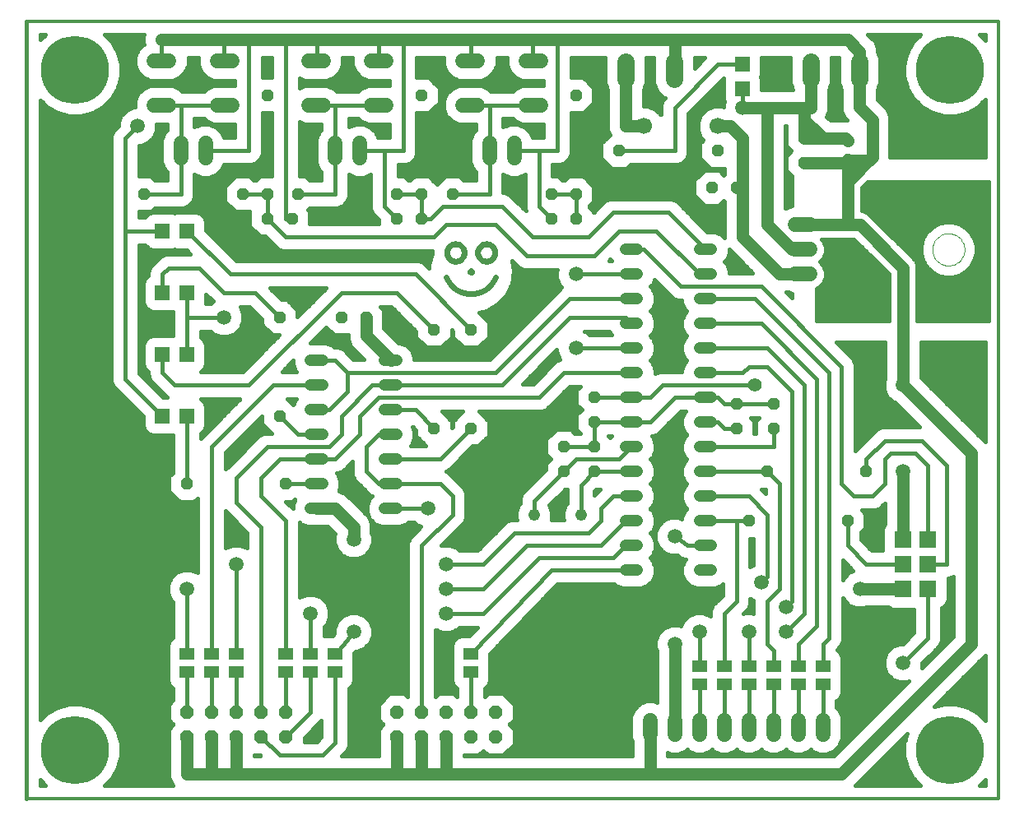
<source format=gbl>
G75*
%MOIN*%
%OFA0B0*%
%FSLAX24Y24*%
%IPPOS*%
%LPD*%
%AMOC8*
5,1,8,0,0,1.08239X$1,22.5*
%
%ADD10C,0.0120*%
%ADD11C,0.0160*%
%ADD12C,0.0240*%
%ADD13C,0.0705*%
%ADD14C,0.0480*%
%ADD15C,0.0600*%
%ADD16C,0.0000*%
%ADD17OC8,0.0480*%
%ADD18OC8,0.0500*%
%ADD19C,0.0500*%
%ADD20C,0.0480*%
%ADD21C,0.0669*%
%ADD22R,0.0689X0.0689*%
%ADD23R,0.0591X0.0591*%
%ADD24C,0.0591*%
%ADD25OC8,0.0540*%
%ADD26R,0.0591X0.0512*%
%ADD27C,0.0560*%
%ADD28C,0.0591*%
%ADD29C,0.0500*%
%ADD30C,0.2756*%
%ADD31C,0.0400*%
D10*
X013160Y000180D02*
X052530Y000180D01*
X052530Y031676D01*
X013160Y031676D01*
D11*
X013160Y000180D01*
X013720Y000720D02*
X013930Y000720D01*
X013720Y000929D01*
X013720Y000720D01*
X013720Y000814D02*
X013836Y000814D01*
X016328Y000720D02*
X016616Y001008D01*
X016860Y001431D01*
X016987Y001904D01*
X016987Y002393D01*
X016860Y002866D01*
X016616Y003289D01*
X016270Y003635D01*
X015846Y003880D01*
X015373Y004006D01*
X014884Y004006D01*
X014412Y003880D01*
X013988Y003635D01*
X013720Y003368D01*
X013720Y028489D01*
X013988Y028221D01*
X014412Y027976D01*
X014884Y027850D01*
X015373Y027850D01*
X015846Y027976D01*
X016270Y028221D01*
X016616Y028567D01*
X016860Y028990D01*
X016987Y029463D01*
X016987Y029952D01*
X016860Y030425D01*
X016616Y030848D01*
X016328Y031136D01*
X017926Y031136D01*
X017900Y031075D01*
X017900Y030785D01*
X017918Y030743D01*
X017889Y030731D01*
X017669Y030512D01*
X017550Y030225D01*
X017550Y029915D01*
X017669Y029628D01*
X017889Y029409D01*
X018175Y029290D01*
X019086Y029290D01*
X019372Y029409D01*
X019592Y029628D01*
X019710Y029915D01*
X019710Y030200D01*
X020110Y030200D01*
X020110Y029915D01*
X020229Y029628D01*
X020449Y029409D01*
X020735Y029290D01*
X021600Y029290D01*
X021600Y029070D01*
X020735Y029070D01*
X020449Y028951D01*
X020347Y028850D01*
X019473Y028850D01*
X019372Y028951D01*
X019086Y029070D01*
X018175Y029070D01*
X017889Y028951D01*
X017669Y028732D01*
X017550Y028445D01*
X017550Y028205D01*
X017506Y028205D01*
X017221Y028087D01*
X017003Y027869D01*
X016885Y027584D01*
X016885Y027447D01*
X016843Y027405D01*
X016686Y027247D01*
X016600Y027041D01*
X016600Y017069D01*
X016686Y016863D01*
X016843Y016705D01*
X017885Y015663D01*
X017885Y015289D01*
X017958Y015113D01*
X018093Y014978D01*
X018270Y014905D01*
X019051Y014905D01*
X019100Y014925D01*
X019100Y013388D01*
X018940Y013228D01*
X018940Y012632D01*
X019362Y012210D01*
X019959Y012210D01*
X020100Y012352D01*
X020100Y009336D01*
X020100Y009337D01*
X019815Y009455D01*
X019506Y009455D01*
X019221Y009337D01*
X019003Y009119D01*
X018885Y008834D01*
X018885Y008526D01*
X019003Y008241D01*
X019100Y008144D01*
X019100Y006720D01*
X019093Y006717D01*
X018958Y006582D01*
X018885Y006405D01*
X018885Y005703D01*
X018894Y005680D01*
X018885Y005657D01*
X018885Y004955D01*
X018958Y004778D01*
X019093Y004643D01*
X019100Y004640D01*
X019100Y004181D01*
X018910Y003991D01*
X018910Y003369D01*
X019100Y003180D01*
X018910Y002991D01*
X018910Y002369D01*
X018930Y002349D01*
X018930Y001035D01*
X019042Y000766D01*
X019088Y000720D01*
X016328Y000720D01*
X016422Y000814D02*
X019022Y000814D01*
X018956Y000973D02*
X016580Y000973D01*
X016687Y001131D02*
X018930Y001131D01*
X018930Y001290D02*
X016778Y001290D01*
X016865Y001448D02*
X018930Y001448D01*
X018930Y001607D02*
X016907Y001607D01*
X016950Y001765D02*
X018930Y001765D01*
X018930Y001924D02*
X016987Y001924D01*
X016987Y002082D02*
X018930Y002082D01*
X018930Y002241D02*
X016987Y002241D01*
X016985Y002399D02*
X018910Y002399D01*
X018910Y002558D02*
X016943Y002558D01*
X016900Y002716D02*
X018910Y002716D01*
X018910Y002875D02*
X016855Y002875D01*
X016764Y003033D02*
X018953Y003033D01*
X019088Y003192D02*
X016672Y003192D01*
X016555Y003350D02*
X018930Y003350D01*
X018910Y003509D02*
X016396Y003509D01*
X016215Y003667D02*
X018910Y003667D01*
X018910Y003826D02*
X015940Y003826D01*
X015457Y003984D02*
X018910Y003984D01*
X019062Y004143D02*
X013720Y004143D01*
X013720Y004301D02*
X019100Y004301D01*
X019100Y004460D02*
X013720Y004460D01*
X013720Y004618D02*
X019100Y004618D01*
X018960Y004777D02*
X013720Y004777D01*
X013720Y004935D02*
X018893Y004935D01*
X018885Y005094D02*
X013720Y005094D01*
X013720Y005252D02*
X018885Y005252D01*
X018885Y005411D02*
X013720Y005411D01*
X013720Y005569D02*
X018885Y005569D01*
X018885Y005728D02*
X013720Y005728D01*
X013720Y005886D02*
X018885Y005886D01*
X018885Y006045D02*
X013720Y006045D01*
X013720Y006203D02*
X018885Y006203D01*
X018885Y006362D02*
X013720Y006362D01*
X013720Y006520D02*
X018933Y006520D01*
X019055Y006679D02*
X013720Y006679D01*
X013720Y006837D02*
X019100Y006837D01*
X019100Y006996D02*
X013720Y006996D01*
X013720Y007154D02*
X019100Y007154D01*
X019100Y007313D02*
X013720Y007313D01*
X013720Y007471D02*
X019100Y007471D01*
X019100Y007630D02*
X013720Y007630D01*
X013720Y007788D02*
X019100Y007788D01*
X019100Y007947D02*
X013720Y007947D01*
X013720Y008105D02*
X019100Y008105D01*
X018994Y008264D02*
X013720Y008264D01*
X013720Y008422D02*
X018928Y008422D01*
X018885Y008581D02*
X013720Y008581D01*
X013720Y008739D02*
X018885Y008739D01*
X018911Y008898D02*
X013720Y008898D01*
X013720Y009056D02*
X018977Y009056D01*
X019098Y009215D02*
X013720Y009215D01*
X013720Y009373D02*
X019308Y009373D01*
X020013Y009373D02*
X020100Y009373D01*
X020100Y009532D02*
X013720Y009532D01*
X013720Y009690D02*
X020100Y009690D01*
X020100Y009849D02*
X013720Y009849D01*
X013720Y010007D02*
X020100Y010007D01*
X020100Y010166D02*
X013720Y010166D01*
X013720Y010324D02*
X020100Y010324D01*
X020100Y010483D02*
X013720Y010483D01*
X013720Y010641D02*
X020100Y010641D01*
X020100Y010800D02*
X013720Y010800D01*
X013720Y010958D02*
X020100Y010958D01*
X020100Y011117D02*
X013720Y011117D01*
X013720Y011275D02*
X020100Y011275D01*
X020100Y011434D02*
X013720Y011434D01*
X013720Y011592D02*
X020100Y011592D01*
X020100Y011751D02*
X013720Y011751D01*
X013720Y011909D02*
X020100Y011909D01*
X020100Y012068D02*
X013720Y012068D01*
X013720Y012226D02*
X019346Y012226D01*
X019188Y012385D02*
X013720Y012385D01*
X013720Y012543D02*
X019029Y012543D01*
X018940Y012702D02*
X013720Y012702D01*
X013720Y012860D02*
X018940Y012860D01*
X018940Y013019D02*
X013720Y013019D01*
X013720Y013177D02*
X018940Y013177D01*
X019048Y013336D02*
X013720Y013336D01*
X013720Y013494D02*
X019100Y013494D01*
X019100Y013653D02*
X013720Y013653D01*
X013720Y013811D02*
X019100Y013811D01*
X019100Y013970D02*
X013720Y013970D01*
X013720Y014128D02*
X019100Y014128D01*
X019100Y014287D02*
X013720Y014287D01*
X013720Y014445D02*
X019100Y014445D01*
X019100Y014604D02*
X013720Y014604D01*
X013720Y014762D02*
X019100Y014762D01*
X019089Y014921D02*
X019100Y014921D01*
X018660Y015680D02*
X017160Y017180D01*
X017160Y023180D01*
X017160Y026930D01*
X017660Y027430D01*
X018373Y027125D02*
X018730Y027125D01*
X018749Y027172D02*
X018630Y026885D01*
X018630Y025975D01*
X018749Y025688D01*
X018850Y025587D01*
X018850Y025240D01*
X018369Y025240D01*
X018209Y025400D01*
X017720Y025400D01*
X017720Y026655D01*
X017815Y026655D01*
X018100Y026773D01*
X018318Y026991D01*
X018436Y027276D01*
X018436Y027510D01*
X018850Y027510D01*
X018850Y027273D01*
X018749Y027172D01*
X018850Y027284D02*
X018436Y027284D01*
X018436Y027442D02*
X018850Y027442D01*
X018664Y026967D02*
X018293Y026967D01*
X018135Y026808D02*
X018630Y026808D01*
X018630Y026650D02*
X017720Y026650D01*
X017720Y026491D02*
X018630Y026491D01*
X018630Y026333D02*
X017720Y026333D01*
X017720Y026174D02*
X018630Y026174D01*
X018630Y026016D02*
X017720Y026016D01*
X017720Y025857D02*
X018679Y025857D01*
X018745Y025699D02*
X017720Y025699D01*
X017720Y025540D02*
X018850Y025540D01*
X018850Y025382D02*
X018227Y025382D01*
X017910Y024680D02*
X019410Y024680D01*
X019410Y026430D01*
X019410Y028290D01*
X018630Y028290D01*
X019410Y028290D02*
X021190Y028290D01*
X020632Y029027D02*
X019189Y029027D01*
X019455Y028869D02*
X020366Y028869D01*
X020605Y029344D02*
X019216Y029344D01*
X019466Y029503D02*
X020355Y029503D01*
X020215Y029661D02*
X019605Y029661D01*
X019671Y029820D02*
X020150Y029820D01*
X020110Y029978D02*
X019710Y029978D01*
X019710Y030137D02*
X020110Y030137D01*
X021160Y030070D02*
X021160Y030930D01*
X022160Y030930D02*
X022160Y026430D01*
X020410Y026430D01*
X021147Y025870D02*
X021072Y025688D01*
X020852Y025469D01*
X020566Y025350D01*
X020255Y025350D01*
X019970Y025468D01*
X019970Y024569D01*
X019885Y024363D01*
X019728Y024205D01*
X019522Y024120D01*
X018369Y024120D01*
X018209Y023960D01*
X017720Y023960D01*
X017720Y023740D01*
X017955Y023740D01*
X017958Y023747D01*
X018093Y023882D01*
X018270Y023955D01*
X019051Y023955D01*
X019160Y023910D01*
X019270Y023955D01*
X020051Y023955D01*
X020228Y023882D01*
X020363Y023747D01*
X020436Y023571D01*
X020436Y023197D01*
X021642Y021990D01*
X029022Y021990D01*
X029228Y021905D01*
X029385Y021747D01*
X029448Y021684D01*
X029448Y021813D01*
X029589Y022269D01*
X029582Y022305D01*
X029595Y022370D01*
X023549Y022370D01*
X023343Y022455D01*
X022838Y022960D01*
X022612Y022960D01*
X022190Y023382D01*
X022190Y023960D01*
X021612Y023960D01*
X021190Y024382D01*
X021190Y024978D01*
X021612Y025400D01*
X022209Y025400D01*
X022369Y025240D01*
X022452Y025240D01*
X022612Y025400D01*
X023100Y025400D01*
X023100Y027960D01*
X022720Y027960D01*
X022720Y026319D01*
X022635Y026113D01*
X022478Y025955D01*
X022272Y025870D01*
X021147Y025870D01*
X021142Y025857D02*
X023100Y025857D01*
X023100Y025699D02*
X021076Y025699D01*
X020923Y025540D02*
X023100Y025540D01*
X022594Y025382D02*
X022227Y025382D01*
X021910Y024680D02*
X022910Y024680D01*
X022910Y023680D01*
X023660Y022930D01*
X029660Y022930D01*
X030160Y023430D01*
X032160Y023430D01*
X033410Y022180D01*
X036160Y022180D01*
X037160Y023180D01*
X038660Y023180D01*
X040410Y021430D01*
X040660Y021430D01*
X039660Y020930D02*
X038160Y022430D01*
X037660Y022430D01*
X036842Y021990D02*
X036762Y021990D01*
X036805Y022033D01*
X036810Y022022D01*
X036842Y021990D01*
X037660Y021430D02*
X035410Y021430D01*
X034635Y021419D02*
X032871Y021419D01*
X032892Y021555D02*
X032815Y021045D01*
X032815Y021045D01*
X032591Y020580D01*
X032591Y020580D01*
X032240Y020201D01*
X032240Y020201D01*
X032240Y020201D01*
X031793Y019943D01*
X031793Y019943D01*
X031485Y019873D01*
X031880Y019478D01*
X031880Y018882D01*
X031459Y018460D01*
X030862Y018460D01*
X030440Y018882D01*
X030440Y019108D01*
X030380Y019168D01*
X030380Y018882D01*
X029959Y018460D01*
X029362Y018460D01*
X028940Y018882D01*
X028940Y019108D01*
X027928Y020120D01*
X027503Y020120D01*
X027529Y020094D01*
X027539Y020069D01*
X027630Y019978D01*
X027630Y019849D01*
X027640Y019825D01*
X027640Y019232D01*
X028223Y018650D01*
X028294Y018650D01*
X028558Y018540D01*
X028761Y018338D01*
X028870Y018073D01*
X028870Y017990D01*
X031928Y017990D01*
X034686Y020747D01*
X034841Y020903D01*
X034753Y020991D01*
X034635Y021276D01*
X034635Y021584D01*
X034650Y021620D01*
X033299Y021620D01*
X033093Y021705D01*
X032829Y021969D01*
X032892Y021555D01*
X032888Y021578D02*
X034635Y021578D01*
X034641Y021261D02*
X032847Y021261D01*
X032823Y021102D02*
X034707Y021102D01*
X034800Y020944D02*
X032766Y020944D01*
X032690Y020785D02*
X034723Y020785D01*
X034565Y020627D02*
X032613Y020627D01*
X032487Y020468D02*
X034406Y020468D01*
X034248Y020310D02*
X032340Y020310D01*
X032153Y020151D02*
X034089Y020151D01*
X033931Y019993D02*
X031878Y019993D01*
X031683Y019676D02*
X033614Y019676D01*
X033772Y019834D02*
X031525Y019834D01*
X031842Y019517D02*
X033455Y019517D01*
X033297Y019359D02*
X031880Y019359D01*
X031880Y019200D02*
X033138Y019200D01*
X032980Y019042D02*
X031880Y019042D01*
X031880Y018883D02*
X032821Y018883D01*
X032663Y018725D02*
X031723Y018725D01*
X031565Y018566D02*
X032504Y018566D01*
X032346Y018408D02*
X028691Y018408D01*
X028798Y018249D02*
X032187Y018249D01*
X032029Y018091D02*
X028863Y018091D01*
X028496Y018566D02*
X029256Y018566D01*
X029098Y018725D02*
X028148Y018725D01*
X027990Y018883D02*
X028940Y018883D01*
X028940Y019042D02*
X027831Y019042D01*
X027673Y019200D02*
X028848Y019200D01*
X028690Y019359D02*
X027640Y019359D01*
X027640Y019517D02*
X028531Y019517D01*
X028373Y019676D02*
X027640Y019676D01*
X027637Y019834D02*
X028214Y019834D01*
X028056Y019993D02*
X027616Y019993D01*
X028160Y020680D02*
X025910Y020680D01*
X022160Y016930D01*
X019160Y016930D01*
X018660Y017430D01*
X018660Y018180D01*
X017885Y018249D02*
X017720Y018249D01*
X017720Y018091D02*
X017885Y018091D01*
X017885Y017932D02*
X017720Y017932D01*
X017720Y017774D02*
X017892Y017774D01*
X017885Y017789D02*
X017958Y017613D01*
X018093Y017478D01*
X018100Y017475D01*
X018100Y017319D01*
X018186Y017113D01*
X018343Y016955D01*
X018843Y016455D01*
X018677Y016455D01*
X017720Y017412D01*
X017720Y022620D01*
X017955Y022620D01*
X017958Y022613D01*
X018093Y022478D01*
X018270Y022405D01*
X019051Y022405D01*
X019160Y022450D01*
X019270Y022405D01*
X019644Y022405D01*
X019808Y022240D01*
X018799Y022240D01*
X018593Y022155D01*
X018343Y021905D01*
X018186Y021747D01*
X018100Y021541D01*
X018100Y021385D01*
X018093Y021382D01*
X017958Y021247D01*
X017885Y021071D01*
X017885Y020289D01*
X017958Y020113D01*
X018093Y019978D01*
X018270Y019905D01*
X019051Y019905D01*
X019100Y019925D01*
X019100Y018935D01*
X019051Y018955D01*
X018270Y018955D01*
X018093Y018882D01*
X017958Y018747D01*
X017885Y018571D01*
X017885Y017789D01*
X017957Y017615D02*
X017720Y017615D01*
X017720Y017457D02*
X018100Y017457D01*
X018109Y017298D02*
X017834Y017298D01*
X017993Y017140D02*
X018175Y017140D01*
X018151Y016981D02*
X018317Y016981D01*
X018310Y016823D02*
X018476Y016823D01*
X018468Y016664D02*
X018634Y016664D01*
X018627Y016506D02*
X018793Y016506D01*
X019660Y015680D02*
X019660Y012930D01*
X019975Y012226D02*
X020100Y012226D01*
X021220Y011828D02*
X022100Y010948D01*
X022100Y010336D01*
X022100Y010337D01*
X021815Y010455D01*
X021506Y010455D01*
X021221Y010337D01*
X021220Y010336D01*
X021220Y011828D01*
X021220Y011751D02*
X021298Y011751D01*
X021220Y011592D02*
X021456Y011592D01*
X021615Y011434D02*
X021220Y011434D01*
X021220Y011275D02*
X021773Y011275D01*
X021932Y011117D02*
X021220Y011117D01*
X021220Y010958D02*
X022090Y010958D01*
X022100Y010800D02*
X021220Y010800D01*
X021220Y010641D02*
X022100Y010641D01*
X022100Y010483D02*
X021220Y010483D01*
X021660Y009680D02*
X021660Y006054D01*
X020660Y006054D02*
X020660Y014430D01*
X023160Y016930D01*
X024910Y016930D01*
X024092Y017490D02*
X023512Y017490D01*
X023950Y017928D01*
X023950Y017787D01*
X024060Y017522D01*
X024092Y017490D01*
X024022Y017615D02*
X023637Y017615D01*
X023796Y017774D02*
X023956Y017774D01*
X024910Y017930D02*
X025660Y017930D01*
X026160Y017430D01*
X032160Y017430D01*
X035160Y020430D01*
X037660Y020430D01*
X038419Y019930D02*
X038511Y020022D01*
X038620Y020287D01*
X038620Y020573D01*
X038511Y020838D01*
X038419Y020930D01*
X038511Y021022D01*
X038589Y021210D01*
X039343Y020455D01*
X039549Y020370D01*
X039700Y020370D01*
X039700Y020287D01*
X039810Y020022D01*
X039902Y019930D01*
X039810Y019838D01*
X039700Y019573D01*
X039700Y019287D01*
X039810Y019022D01*
X039902Y018930D01*
X039810Y018838D01*
X039700Y018573D01*
X039700Y018287D01*
X039810Y018022D01*
X039902Y017930D01*
X039810Y017838D01*
X039700Y017573D01*
X039700Y017490D01*
X038799Y017490D01*
X038620Y017416D01*
X038620Y017573D01*
X038511Y017838D01*
X038419Y017930D01*
X038511Y018022D01*
X038620Y018287D01*
X038620Y018573D01*
X038511Y018838D01*
X038419Y018930D01*
X038511Y019022D01*
X038620Y019287D01*
X038620Y019573D01*
X038511Y019838D01*
X038419Y019930D01*
X038481Y019993D02*
X039840Y019993D01*
X039808Y019834D02*
X038512Y019834D01*
X038578Y019676D02*
X039743Y019676D01*
X039700Y019517D02*
X038620Y019517D01*
X038620Y019359D02*
X039700Y019359D01*
X039736Y019200D02*
X038584Y019200D01*
X038519Y019042D02*
X039802Y019042D01*
X039855Y018883D02*
X038466Y018883D01*
X038558Y018725D02*
X039763Y018725D01*
X039700Y018566D02*
X038620Y018566D01*
X038620Y018408D02*
X039700Y018408D01*
X039716Y018249D02*
X038605Y018249D01*
X038539Y018091D02*
X039782Y018091D01*
X039900Y017932D02*
X038421Y017932D01*
X038537Y017774D02*
X039783Y017774D01*
X039718Y017615D02*
X038603Y017615D01*
X038620Y017457D02*
X038718Y017457D01*
X038910Y016930D02*
X042660Y016930D01*
X042160Y017430D02*
X042410Y017680D01*
X043160Y017680D01*
X044160Y016680D01*
X044160Y008180D01*
X043910Y007930D01*
X044660Y007680D02*
X043910Y006930D01*
X044410Y006430D02*
X044410Y005554D01*
X045410Y005554D02*
X045410Y006430D01*
X045660Y006680D01*
X045660Y017430D01*
X042660Y020430D01*
X040660Y020430D01*
X039757Y020151D02*
X038564Y020151D01*
X038620Y020310D02*
X039700Y020310D01*
X039330Y020468D02*
X038620Y020468D01*
X038598Y020627D02*
X039172Y020627D01*
X039013Y020785D02*
X038533Y020785D01*
X038432Y020944D02*
X038855Y020944D01*
X038696Y021102D02*
X038544Y021102D01*
X039660Y020930D02*
X042910Y020930D01*
X046160Y017680D01*
X046160Y012930D01*
X046660Y012430D01*
X047410Y012430D01*
X047910Y012930D01*
X047910Y013930D01*
X048160Y014180D01*
X049160Y014180D01*
X049660Y013680D01*
X049660Y010680D01*
X049660Y009680D02*
X050410Y009680D01*
X050410Y013680D01*
X049410Y014680D01*
X047910Y014680D01*
X047160Y013930D01*
X047160Y013430D01*
X046720Y014282D02*
X046720Y017569D01*
X046720Y017791D01*
X046635Y017997D01*
X045952Y018680D01*
X047930Y018680D01*
X047930Y017194D01*
X047885Y017084D01*
X047885Y016776D01*
X048003Y016491D01*
X048221Y016273D01*
X048331Y016227D01*
X049318Y015240D01*
X047799Y015240D01*
X047593Y015155D01*
X046843Y014405D01*
X046720Y014282D01*
X046720Y014287D02*
X046725Y014287D01*
X046720Y014445D02*
X046883Y014445D01*
X047042Y014604D02*
X046720Y014604D01*
X046720Y014762D02*
X047200Y014762D01*
X047359Y014921D02*
X046720Y014921D01*
X046720Y015079D02*
X047517Y015079D01*
X047793Y015238D02*
X046720Y015238D01*
X046720Y015396D02*
X049162Y015396D01*
X049003Y015555D02*
X046720Y015555D01*
X046720Y015713D02*
X048845Y015713D01*
X048686Y015872D02*
X046720Y015872D01*
X046720Y016030D02*
X048528Y016030D01*
X048369Y016189D02*
X046720Y016189D01*
X046720Y016347D02*
X048147Y016347D01*
X047997Y016506D02*
X046720Y016506D01*
X046720Y016664D02*
X047931Y016664D01*
X047885Y016823D02*
X046720Y016823D01*
X046720Y016981D02*
X047885Y016981D01*
X047908Y017140D02*
X046720Y017140D01*
X046720Y017298D02*
X047930Y017298D01*
X047930Y017457D02*
X046720Y017457D01*
X046720Y017615D02*
X047930Y017615D01*
X047930Y017774D02*
X046720Y017774D01*
X046662Y017932D02*
X047930Y017932D01*
X047930Y018091D02*
X046542Y018091D01*
X046383Y018249D02*
X047930Y018249D01*
X047930Y018408D02*
X046225Y018408D01*
X046066Y018566D02*
X047930Y018566D01*
X048080Y019555D02*
X045160Y019555D01*
X045160Y020857D01*
X045255Y020896D01*
X045432Y021073D01*
X045528Y021305D01*
X045528Y021555D01*
X045432Y021787D01*
X045289Y021930D01*
X045432Y022073D01*
X045528Y022305D01*
X045528Y022555D01*
X045432Y022787D01*
X045369Y022850D01*
X046670Y022850D01*
X048080Y021440D01*
X048080Y019555D01*
X048080Y019676D02*
X045160Y019676D01*
X045160Y019834D02*
X048080Y019834D01*
X048080Y019993D02*
X045160Y019993D01*
X045160Y020151D02*
X048080Y020151D01*
X048080Y020310D02*
X045160Y020310D01*
X045160Y020468D02*
X048080Y020468D01*
X048080Y020627D02*
X045160Y020627D01*
X045160Y020785D02*
X048080Y020785D01*
X048080Y020944D02*
X045302Y020944D01*
X045444Y021102D02*
X048080Y021102D01*
X048080Y021261D02*
X045510Y021261D01*
X045528Y021419D02*
X048080Y021419D01*
X047943Y021578D02*
X045519Y021578D01*
X045453Y021736D02*
X047784Y021736D01*
X047626Y021895D02*
X045324Y021895D01*
X045412Y022053D02*
X047467Y022053D01*
X047309Y022212D02*
X045489Y022212D01*
X045528Y022370D02*
X047150Y022370D01*
X046992Y022529D02*
X045528Y022529D01*
X045473Y022687D02*
X046833Y022687D01*
X046675Y022846D02*
X045373Y022846D01*
X044160Y024210D02*
X044143Y024210D01*
X043890Y024105D01*
X043890Y027450D01*
X043930Y027450D01*
X043930Y026785D01*
X043940Y026761D01*
X043940Y026632D01*
X044032Y026541D01*
X044042Y026516D01*
X044128Y026430D01*
X044042Y026344D01*
X044032Y026319D01*
X043940Y026228D01*
X043940Y026099D01*
X043930Y026075D01*
X043930Y025785D01*
X043940Y025761D01*
X043940Y025632D01*
X044032Y025541D01*
X044042Y025516D01*
X044160Y025398D01*
X044160Y024210D01*
X044160Y024272D02*
X043890Y024272D01*
X043890Y024114D02*
X043910Y024114D01*
X043890Y024431D02*
X044160Y024431D01*
X044160Y024589D02*
X043890Y024589D01*
X043890Y024748D02*
X044160Y024748D01*
X044160Y024906D02*
X043890Y024906D01*
X043890Y025065D02*
X044160Y025065D01*
X044160Y025223D02*
X043890Y025223D01*
X043890Y025382D02*
X044160Y025382D01*
X044032Y025540D02*
X043890Y025540D01*
X043890Y025699D02*
X043940Y025699D01*
X043930Y025857D02*
X043890Y025857D01*
X043890Y026016D02*
X043930Y026016D01*
X043940Y026174D02*
X043890Y026174D01*
X043890Y026333D02*
X044037Y026333D01*
X044067Y026491D02*
X043890Y026491D01*
X043890Y026650D02*
X043940Y026650D01*
X043930Y026808D02*
X043890Y026808D01*
X043890Y026967D02*
X043930Y026967D01*
X043930Y027125D02*
X043890Y027125D01*
X043890Y027284D02*
X043930Y027284D01*
X043930Y027442D02*
X043890Y027442D01*
X044196Y028910D02*
X042936Y028910D01*
X042936Y029321D01*
X042890Y029430D01*
X042936Y029539D01*
X042936Y030200D01*
X044094Y030200D01*
X044094Y030198D01*
X044094Y029162D01*
X044196Y028914D01*
X044196Y028910D01*
X044149Y029027D02*
X042936Y029027D01*
X042936Y029186D02*
X044094Y029186D01*
X044094Y029344D02*
X042926Y029344D01*
X042920Y029503D02*
X044094Y029503D01*
X044094Y029661D02*
X042936Y029661D01*
X042936Y029820D02*
X044094Y029820D01*
X044094Y029978D02*
X042936Y029978D01*
X042936Y030137D02*
X044094Y030137D01*
X045759Y030137D02*
X046062Y030137D01*
X046062Y030198D02*
X046063Y030200D01*
X045758Y030200D01*
X045759Y030198D01*
X045759Y029162D01*
X045656Y028914D01*
X045656Y028051D01*
X045558Y027814D01*
X045713Y027660D01*
X046398Y027660D01*
X046276Y027782D01*
X046165Y028051D01*
X046165Y028914D01*
X046062Y029162D01*
X046062Y030198D01*
X046062Y029978D02*
X045759Y029978D01*
X045759Y029820D02*
X046062Y029820D01*
X046062Y029661D02*
X045759Y029661D01*
X045759Y029503D02*
X046062Y029503D01*
X046062Y029344D02*
X045759Y029344D01*
X045759Y029186D02*
X046062Y029186D01*
X046118Y029027D02*
X045703Y029027D01*
X045656Y028869D02*
X046165Y028869D01*
X046165Y028710D02*
X045656Y028710D01*
X045656Y028552D02*
X046165Y028552D01*
X046165Y028393D02*
X045656Y028393D01*
X045656Y028235D02*
X046165Y028235D01*
X046165Y028076D02*
X045656Y028076D01*
X045601Y027918D02*
X046220Y027918D01*
X046299Y027759D02*
X045614Y027759D01*
X047625Y028498D02*
X047625Y028914D01*
X047727Y029162D01*
X047727Y030198D01*
X047625Y030446D01*
X047625Y030591D01*
X047513Y030859D01*
X047308Y031065D01*
X047237Y031136D01*
X049363Y031136D01*
X049075Y030848D01*
X048831Y030425D01*
X048704Y029952D01*
X048704Y029463D01*
X048831Y028990D01*
X049075Y028567D01*
X049421Y028221D01*
X049845Y027976D01*
X050317Y027850D01*
X050807Y027850D01*
X051279Y027976D01*
X051703Y028221D01*
X051990Y028509D01*
X051990Y026180D01*
X048140Y026180D01*
X048140Y027825D01*
X048029Y028094D01*
X047824Y028299D01*
X047625Y028498D01*
X047625Y028552D02*
X049090Y028552D01*
X048992Y028710D02*
X047625Y028710D01*
X047625Y028869D02*
X048901Y028869D01*
X048821Y029027D02*
X047671Y029027D01*
X047727Y029186D02*
X048778Y029186D01*
X048736Y029344D02*
X047727Y029344D01*
X047727Y029503D02*
X048704Y029503D01*
X048704Y029661D02*
X047727Y029661D01*
X047727Y029820D02*
X048704Y029820D01*
X048711Y029978D02*
X047727Y029978D01*
X047727Y030137D02*
X048753Y030137D01*
X048796Y030295D02*
X047687Y030295D01*
X047625Y030454D02*
X048847Y030454D01*
X048939Y030612D02*
X047616Y030612D01*
X047550Y030771D02*
X049030Y030771D01*
X049156Y030929D02*
X047444Y030929D01*
X047285Y031088D02*
X049314Y031088D01*
X051761Y031136D02*
X051990Y031136D01*
X051990Y030907D01*
X051761Y031136D01*
X051809Y031088D02*
X051990Y031088D01*
X051990Y030929D02*
X051968Y030929D01*
X051990Y028393D02*
X051875Y028393D01*
X051990Y028235D02*
X051716Y028235D01*
X051452Y028076D02*
X051990Y028076D01*
X051990Y027918D02*
X051060Y027918D01*
X051990Y027759D02*
X048140Y027759D01*
X048140Y027601D02*
X051990Y027601D01*
X051990Y027442D02*
X048140Y027442D01*
X048140Y027284D02*
X051990Y027284D01*
X051990Y027125D02*
X048140Y027125D01*
X048140Y026967D02*
X051990Y026967D01*
X051990Y026808D02*
X048140Y026808D01*
X048140Y026650D02*
X051990Y026650D01*
X051990Y026491D02*
X048140Y026491D01*
X048140Y026333D02*
X051990Y026333D01*
X052140Y025180D02*
X047231Y025180D01*
X046990Y024940D01*
X046990Y024010D01*
X047026Y024010D01*
X047239Y023922D01*
X049152Y022009D01*
X049240Y021795D01*
X049240Y019555D01*
X052140Y019555D01*
X052140Y025180D01*
X052140Y025065D02*
X047115Y025065D01*
X046990Y024906D02*
X052140Y024906D01*
X052140Y024748D02*
X046990Y024748D01*
X046990Y024589D02*
X052140Y024589D01*
X052140Y024431D02*
X046990Y024431D01*
X046990Y024272D02*
X052140Y024272D01*
X052140Y024114D02*
X046990Y024114D01*
X047158Y023955D02*
X052140Y023955D01*
X052140Y023797D02*
X047364Y023797D01*
X047523Y023638D02*
X052140Y023638D01*
X052140Y023480D02*
X050898Y023480D01*
X050929Y023471D02*
X050645Y023547D01*
X050351Y023547D01*
X050067Y023471D01*
X049812Y023324D01*
X049604Y023116D01*
X049457Y022861D01*
X049380Y022577D01*
X049380Y022283D01*
X049457Y021999D01*
X049604Y021744D01*
X049812Y021536D01*
X050067Y021389D01*
X050351Y021313D01*
X050645Y021313D01*
X050929Y021389D01*
X051184Y021536D01*
X051392Y021744D01*
X051539Y021999D01*
X051615Y022283D01*
X051615Y022577D01*
X051539Y022861D01*
X051392Y023116D01*
X051184Y023324D01*
X050929Y023471D01*
X051187Y023321D02*
X052140Y023321D01*
X052140Y023163D02*
X051346Y023163D01*
X051457Y023004D02*
X052140Y023004D01*
X052140Y022846D02*
X051543Y022846D01*
X051586Y022687D02*
X052140Y022687D01*
X052140Y022529D02*
X051615Y022529D01*
X051615Y022370D02*
X052140Y022370D01*
X052140Y022212D02*
X051596Y022212D01*
X051554Y022053D02*
X052140Y022053D01*
X052140Y021895D02*
X051479Y021895D01*
X051384Y021736D02*
X052140Y021736D01*
X052140Y021578D02*
X051226Y021578D01*
X050982Y021419D02*
X052140Y021419D01*
X052140Y021261D02*
X049240Y021261D01*
X049240Y021419D02*
X050014Y021419D01*
X049770Y021578D02*
X049240Y021578D01*
X049240Y021736D02*
X049612Y021736D01*
X049517Y021895D02*
X049199Y021895D01*
X049108Y022053D02*
X049442Y022053D01*
X049400Y022212D02*
X048949Y022212D01*
X048791Y022370D02*
X049380Y022370D01*
X049380Y022529D02*
X048632Y022529D01*
X048474Y022687D02*
X049410Y022687D01*
X049452Y022846D02*
X048315Y022846D01*
X048157Y023004D02*
X049539Y023004D01*
X049650Y023163D02*
X047998Y023163D01*
X047840Y023321D02*
X049809Y023321D01*
X050097Y023480D02*
X047681Y023480D01*
X049240Y021102D02*
X052140Y021102D01*
X052140Y020944D02*
X049240Y020944D01*
X049240Y020785D02*
X052140Y020785D01*
X052140Y020627D02*
X049240Y020627D01*
X049240Y020468D02*
X052140Y020468D01*
X052140Y020310D02*
X049240Y020310D01*
X049240Y020151D02*
X052140Y020151D01*
X052140Y019993D02*
X049240Y019993D01*
X049240Y019834D02*
X052140Y019834D01*
X052140Y019676D02*
X049240Y019676D01*
X049390Y018680D02*
X051990Y018680D01*
X051990Y014632D01*
X049390Y017232D01*
X049390Y018680D01*
X049390Y018566D02*
X051990Y018566D01*
X051990Y018408D02*
X049390Y018408D01*
X049390Y018249D02*
X051990Y018249D01*
X051990Y018091D02*
X049390Y018091D01*
X049390Y017932D02*
X051990Y017932D01*
X051990Y017774D02*
X049390Y017774D01*
X049390Y017615D02*
X051990Y017615D01*
X051990Y017457D02*
X049390Y017457D01*
X049390Y017298D02*
X051990Y017298D01*
X051990Y017140D02*
X049483Y017140D01*
X049642Y016981D02*
X051990Y016981D01*
X051990Y016823D02*
X049800Y016823D01*
X049959Y016664D02*
X051990Y016664D01*
X051990Y016506D02*
X050117Y016506D01*
X050276Y016347D02*
X051990Y016347D01*
X051990Y016189D02*
X050434Y016189D01*
X050593Y016030D02*
X051990Y016030D01*
X051990Y015872D02*
X050751Y015872D01*
X050910Y015713D02*
X051990Y015713D01*
X051990Y015555D02*
X051068Y015555D01*
X051227Y015396D02*
X051990Y015396D01*
X051990Y015238D02*
X051385Y015238D01*
X051544Y015079D02*
X051990Y015079D01*
X051990Y014921D02*
X051702Y014921D01*
X051861Y014762D02*
X051990Y014762D01*
X047930Y012158D02*
X047930Y011318D01*
X047909Y011296D01*
X047836Y011120D01*
X047836Y010240D01*
X047392Y010240D01*
X046970Y010662D01*
X046970Y010972D01*
X047130Y011132D01*
X047130Y011728D01*
X046989Y011870D01*
X047522Y011870D01*
X047728Y011955D01*
X047930Y012158D01*
X047930Y012068D02*
X047840Y012068D01*
X047930Y011909D02*
X047616Y011909D01*
X047930Y011751D02*
X047108Y011751D01*
X047130Y011592D02*
X047930Y011592D01*
X047930Y011434D02*
X047130Y011434D01*
X047130Y011275D02*
X047900Y011275D01*
X047836Y011117D02*
X047115Y011117D01*
X046970Y010958D02*
X047836Y010958D01*
X047836Y010800D02*
X046970Y010800D01*
X046991Y010641D02*
X047836Y010641D01*
X047836Y010483D02*
X047150Y010483D01*
X047308Y010324D02*
X047836Y010324D01*
X047836Y010240D02*
X047836Y010240D01*
X047160Y009680D02*
X048660Y009680D01*
X049660Y008680D02*
X049660Y006680D01*
X048660Y005680D01*
X049436Y005663D02*
X049978Y006205D01*
X050135Y006363D01*
X050220Y006569D01*
X050220Y007905D01*
X050277Y007929D01*
X050412Y008064D01*
X050485Y008240D01*
X050485Y009120D01*
X050485Y009120D01*
X050522Y009120D01*
X050680Y009186D01*
X050680Y006732D01*
X049409Y005461D01*
X049436Y005526D01*
X049436Y005663D01*
X049500Y005728D02*
X049676Y005728D01*
X049658Y005886D02*
X049834Y005886D01*
X049817Y006045D02*
X049993Y006045D01*
X049975Y006203D02*
X050151Y006203D01*
X050134Y006362D02*
X050310Y006362D01*
X050200Y006520D02*
X050468Y006520D01*
X050627Y006679D02*
X050220Y006679D01*
X050220Y006837D02*
X050680Y006837D01*
X050680Y006996D02*
X050220Y006996D01*
X050220Y007154D02*
X050680Y007154D01*
X050680Y007313D02*
X050220Y007313D01*
X050220Y007471D02*
X050680Y007471D01*
X050680Y007630D02*
X050220Y007630D01*
X050220Y007788D02*
X050680Y007788D01*
X050680Y007947D02*
X050295Y007947D01*
X050429Y008105D02*
X050680Y008105D01*
X050680Y008264D02*
X050485Y008264D01*
X050485Y008422D02*
X050680Y008422D01*
X050680Y008581D02*
X050485Y008581D01*
X050485Y008739D02*
X050680Y008739D01*
X050680Y008898D02*
X050485Y008898D01*
X050485Y009056D02*
X050680Y009056D01*
X049100Y007856D02*
X049100Y006912D01*
X048644Y006455D01*
X048506Y006455D01*
X048221Y006337D01*
X048003Y006119D01*
X047885Y005834D01*
X047885Y005526D01*
X048003Y005241D01*
X048221Y005023D01*
X048506Y004905D01*
X048815Y004905D01*
X048880Y004932D01*
X045858Y001910D01*
X039140Y001910D01*
X039140Y002032D01*
X039256Y001984D01*
X039565Y001984D01*
X039850Y002102D01*
X039910Y002163D01*
X039971Y002102D01*
X040256Y001984D01*
X040565Y001984D01*
X040850Y002102D01*
X040910Y002163D01*
X040971Y002102D01*
X041256Y001984D01*
X041565Y001984D01*
X041850Y002102D01*
X041910Y002163D01*
X041971Y002102D01*
X042256Y001984D01*
X042565Y001984D01*
X042850Y002102D01*
X042910Y002163D01*
X042971Y002102D01*
X043256Y001984D01*
X043565Y001984D01*
X043850Y002102D01*
X043910Y002163D01*
X043971Y002102D01*
X044256Y001984D01*
X044565Y001984D01*
X044850Y002102D01*
X044910Y002163D01*
X044971Y002102D01*
X045256Y001984D01*
X045565Y001984D01*
X045850Y002102D01*
X046068Y002321D01*
X046186Y002606D01*
X046186Y003504D01*
X046068Y003789D01*
X045970Y003887D01*
X045970Y004140D01*
X045978Y004143D01*
X046113Y004278D01*
X046186Y004455D01*
X046186Y005157D01*
X046176Y005180D01*
X046186Y005203D01*
X046186Y005905D01*
X046113Y006082D01*
X045983Y006211D01*
X046135Y006363D01*
X046220Y006569D01*
X046220Y008320D01*
X046253Y008241D01*
X046471Y008023D01*
X046756Y007905D01*
X047065Y007905D01*
X047174Y007950D01*
X048023Y007950D01*
X048044Y007929D01*
X048220Y007856D01*
X049100Y007856D01*
X049100Y007856D01*
X049100Y007788D02*
X046220Y007788D01*
X046220Y007630D02*
X049100Y007630D01*
X049100Y007471D02*
X046220Y007471D01*
X046220Y007313D02*
X049100Y007313D01*
X049100Y007154D02*
X046220Y007154D01*
X046220Y006996D02*
X049100Y006996D01*
X049025Y006837D02*
X046220Y006837D01*
X046220Y006679D02*
X048867Y006679D01*
X048708Y006520D02*
X046200Y006520D01*
X046134Y006362D02*
X048280Y006362D01*
X048087Y006203D02*
X045991Y006203D01*
X046128Y006045D02*
X047972Y006045D01*
X047907Y005886D02*
X046186Y005886D01*
X046186Y005728D02*
X047885Y005728D01*
X047885Y005569D02*
X046186Y005569D01*
X046186Y005411D02*
X047933Y005411D01*
X047998Y005252D02*
X046186Y005252D01*
X046186Y005094D02*
X048150Y005094D01*
X048433Y004935D02*
X046186Y004935D01*
X046186Y004777D02*
X048724Y004777D01*
X048566Y004618D02*
X046186Y004618D01*
X046186Y004460D02*
X048407Y004460D01*
X048249Y004301D02*
X046122Y004301D01*
X045976Y004143D02*
X048090Y004143D01*
X047932Y003984D02*
X045970Y003984D01*
X046032Y003826D02*
X047773Y003826D01*
X047615Y003667D02*
X046118Y003667D01*
X046184Y003509D02*
X047456Y003509D01*
X047298Y003350D02*
X046186Y003350D01*
X046186Y003192D02*
X047139Y003192D01*
X046981Y003033D02*
X046186Y003033D01*
X046186Y002875D02*
X046822Y002875D01*
X046664Y002716D02*
X046186Y002716D01*
X046166Y002558D02*
X046505Y002558D01*
X046347Y002399D02*
X046100Y002399D01*
X046188Y002241D02*
X045988Y002241D01*
X046030Y002082D02*
X045800Y002082D01*
X045871Y001924D02*
X039140Y001924D01*
X039800Y002082D02*
X040021Y002082D01*
X040800Y002082D02*
X041021Y002082D01*
X041800Y002082D02*
X042021Y002082D01*
X042800Y002082D02*
X043021Y002082D01*
X043800Y002082D02*
X044021Y002082D01*
X044800Y002082D02*
X045021Y002082D01*
X045410Y003055D02*
X045410Y004806D01*
X044410Y004806D02*
X044410Y003055D01*
X043410Y003055D02*
X043410Y004806D01*
X043410Y005554D02*
X043410Y006180D01*
X043160Y006430D01*
X043160Y008180D01*
X043660Y008680D01*
X043660Y012930D01*
X043160Y013430D01*
X040660Y013430D01*
X039902Y013930D02*
X039810Y013838D01*
X039700Y013573D01*
X039700Y013287D01*
X039810Y013022D01*
X039902Y012930D01*
X039810Y012838D01*
X039700Y012573D01*
X039700Y012287D01*
X039810Y012022D01*
X039902Y011930D01*
X039810Y011838D01*
X039700Y011573D01*
X039700Y011524D01*
X039565Y011580D01*
X039256Y011580D01*
X038971Y011462D01*
X038753Y011244D01*
X038635Y010959D01*
X038635Y010651D01*
X038753Y010366D01*
X038971Y010148D01*
X039256Y010030D01*
X039511Y010030D01*
X039543Y010006D01*
X039593Y009955D01*
X039631Y009940D01*
X039663Y009915D01*
X039733Y009897D01*
X039799Y009870D01*
X039840Y009870D01*
X039842Y009870D01*
X039810Y009838D01*
X039700Y009573D01*
X039700Y009287D01*
X039810Y009022D01*
X040013Y008820D01*
X040277Y008710D01*
X041044Y008710D01*
X041308Y008820D01*
X041350Y008862D01*
X041350Y008412D01*
X040936Y007997D01*
X040850Y007791D01*
X040850Y007586D01*
X040850Y007587D01*
X040565Y007705D01*
X040256Y007705D01*
X039971Y007587D01*
X039753Y007369D01*
X039668Y007163D01*
X039565Y007205D01*
X039256Y007205D01*
X038971Y007087D01*
X038753Y006869D01*
X038635Y006584D01*
X038635Y006276D01*
X038680Y006166D01*
X038680Y004078D01*
X038565Y004126D01*
X038256Y004126D01*
X037971Y004008D01*
X037753Y003789D01*
X037635Y003504D01*
X037635Y002606D01*
X037680Y002496D01*
X037680Y001910D01*
X030890Y001910D01*
X030890Y001930D01*
X031471Y001930D01*
X031660Y002119D01*
X031850Y001930D01*
X032471Y001930D01*
X032910Y002369D01*
X032910Y002991D01*
X032721Y003180D01*
X032910Y003369D01*
X032910Y003991D01*
X032471Y004430D01*
X031850Y004430D01*
X031720Y004301D01*
X031721Y004301D01*
X031720Y004301D02*
X031720Y004640D01*
X031728Y004643D01*
X031863Y004778D01*
X031936Y004955D01*
X031936Y005657D01*
X031926Y005680D01*
X031936Y005703D01*
X031936Y006052D01*
X034649Y008870D01*
X036962Y008870D01*
X037013Y008820D01*
X037277Y008710D01*
X038044Y008710D01*
X038308Y008820D01*
X038511Y009022D01*
X038620Y009287D01*
X038620Y009573D01*
X038511Y009838D01*
X038419Y009930D01*
X038511Y010022D01*
X038620Y010287D01*
X038620Y010573D01*
X038511Y010838D01*
X038419Y010930D01*
X038511Y011022D01*
X038620Y011287D01*
X038620Y011573D01*
X038511Y011838D01*
X038419Y011930D01*
X038511Y012022D01*
X038620Y012287D01*
X038620Y012573D01*
X038511Y012838D01*
X038419Y012930D01*
X038511Y013022D01*
X038620Y013287D01*
X038620Y013573D01*
X038511Y013838D01*
X038419Y013930D01*
X038511Y014022D01*
X038620Y014287D01*
X038620Y014573D01*
X038511Y014838D01*
X038479Y014870D01*
X038522Y014870D01*
X038728Y014955D01*
X039642Y015870D01*
X039842Y015870D01*
X039810Y015838D01*
X039700Y015573D01*
X039700Y015287D01*
X039810Y015022D01*
X039902Y014930D01*
X039810Y014838D01*
X039700Y014573D01*
X039700Y014287D01*
X039810Y014022D01*
X039902Y013930D01*
X039863Y013970D02*
X038458Y013970D01*
X038522Y013811D02*
X039799Y013811D01*
X039733Y013653D02*
X038588Y013653D01*
X038620Y013494D02*
X039700Y013494D01*
X039700Y013336D02*
X038620Y013336D01*
X038575Y013177D02*
X039746Y013177D01*
X039814Y013019D02*
X038507Y013019D01*
X038489Y012860D02*
X039832Y012860D01*
X039754Y012702D02*
X038567Y012702D01*
X038620Y012543D02*
X039700Y012543D01*
X039700Y012385D02*
X038620Y012385D01*
X038595Y012226D02*
X039726Y012226D01*
X039791Y012068D02*
X038530Y012068D01*
X038440Y011909D02*
X039881Y011909D01*
X039774Y011751D02*
X038547Y011751D01*
X038613Y011592D02*
X039708Y011592D01*
X039410Y010805D02*
X039910Y010430D01*
X040660Y010430D01*
X040660Y011430D02*
X041910Y011430D01*
X041910Y008180D01*
X041410Y007680D01*
X041410Y005554D01*
X041410Y004806D02*
X041410Y003055D01*
X040410Y003055D02*
X040410Y004806D01*
X040410Y005554D02*
X040410Y006930D01*
X039855Y007471D02*
X033302Y007471D01*
X033454Y007630D02*
X040073Y007630D01*
X039730Y007313D02*
X033149Y007313D01*
X032997Y007154D02*
X039132Y007154D01*
X038879Y006996D02*
X032844Y006996D01*
X032691Y006837D02*
X038740Y006837D01*
X038674Y006679D02*
X032539Y006679D01*
X032386Y006520D02*
X038635Y006520D01*
X038635Y006362D02*
X032234Y006362D01*
X032081Y006203D02*
X038665Y006203D01*
X038680Y006045D02*
X031936Y006045D01*
X031936Y005886D02*
X038680Y005886D01*
X038680Y005728D02*
X031936Y005728D01*
X031936Y005569D02*
X038680Y005569D01*
X038680Y005411D02*
X031936Y005411D01*
X031936Y005252D02*
X038680Y005252D01*
X038680Y005094D02*
X031936Y005094D01*
X031928Y004935D02*
X038680Y004935D01*
X038680Y004777D02*
X031861Y004777D01*
X031720Y004618D02*
X038680Y004618D01*
X038680Y004460D02*
X031720Y004460D01*
X032600Y004301D02*
X038680Y004301D01*
X038680Y004143D02*
X032759Y004143D01*
X032910Y003984D02*
X037948Y003984D01*
X037789Y003826D02*
X032910Y003826D01*
X032910Y003667D02*
X037702Y003667D01*
X037637Y003509D02*
X032910Y003509D01*
X032891Y003350D02*
X037635Y003350D01*
X037635Y003192D02*
X032733Y003192D01*
X032868Y003033D02*
X037635Y003033D01*
X037635Y002875D02*
X032910Y002875D01*
X032910Y002716D02*
X037635Y002716D01*
X037655Y002558D02*
X032910Y002558D01*
X032910Y002399D02*
X037680Y002399D01*
X037680Y002241D02*
X032782Y002241D01*
X032623Y002082D02*
X037680Y002082D01*
X037680Y001924D02*
X030890Y001924D01*
X031623Y002082D02*
X031698Y002082D01*
X031160Y003680D02*
X031160Y005306D01*
X030385Y005252D02*
X029720Y005252D01*
X029720Y005094D02*
X030385Y005094D01*
X030385Y004955D02*
X030458Y004778D01*
X030593Y004643D01*
X030600Y004640D01*
X030600Y004301D01*
X030600Y004301D01*
X030471Y004430D01*
X029850Y004430D01*
X029720Y004301D01*
X029721Y004301D01*
X029720Y004301D02*
X029720Y007024D01*
X029721Y007023D01*
X030006Y006905D01*
X030315Y006905D01*
X030600Y007023D01*
X030697Y007120D01*
X031409Y007120D01*
X031091Y006790D01*
X030770Y006790D01*
X030593Y006717D01*
X030458Y006582D01*
X030385Y006405D01*
X030385Y005703D01*
X030394Y005680D01*
X030385Y005657D01*
X030385Y004955D01*
X030393Y004935D02*
X029720Y004935D01*
X029720Y004777D02*
X030460Y004777D01*
X030600Y004618D02*
X029720Y004618D01*
X029720Y004460D02*
X030600Y004460D01*
X029160Y003680D02*
X029160Y010430D01*
X030410Y011680D01*
X030410Y012430D01*
X029910Y012930D01*
X027910Y012930D01*
X027410Y012930D01*
X026910Y013430D01*
X026910Y014430D01*
X027410Y014930D01*
X027910Y014930D01*
X028729Y014490D02*
X028761Y014522D01*
X028870Y014787D01*
X028870Y015073D01*
X028796Y015252D01*
X028940Y015108D01*
X028940Y014882D01*
X029332Y014490D01*
X028729Y014490D01*
X028794Y014604D02*
X029219Y014604D01*
X029060Y014762D02*
X028860Y014762D01*
X028870Y014921D02*
X028940Y014921D01*
X028940Y015079D02*
X028868Y015079D01*
X028811Y015238D02*
X028802Y015238D01*
X028910Y015930D02*
X027910Y015930D01*
X027410Y016430D02*
X033910Y016430D01*
X034910Y017430D01*
X037660Y017430D01*
X037660Y016430D02*
X038410Y016430D01*
X038910Y016930D01*
X039410Y016430D02*
X040660Y016430D01*
X041160Y016430D01*
X041410Y016180D01*
X041910Y016180D01*
X043410Y016180D01*
X042832Y015620D02*
X042690Y015478D01*
X042690Y014990D01*
X042630Y014990D01*
X042630Y015478D01*
X042489Y015620D01*
X042832Y015620D01*
X042767Y015555D02*
X042554Y015555D01*
X042630Y015396D02*
X042690Y015396D01*
X042690Y015238D02*
X042630Y015238D01*
X042630Y015079D02*
X042690Y015079D01*
X041910Y015180D02*
X041410Y015180D01*
X041160Y015430D01*
X040660Y015430D01*
X039893Y014921D02*
X038644Y014921D01*
X038542Y014762D02*
X039779Y014762D01*
X039713Y014604D02*
X038608Y014604D01*
X038620Y014445D02*
X039700Y014445D01*
X039700Y014287D02*
X038620Y014287D01*
X038555Y014128D02*
X039766Y014128D01*
X040660Y014430D02*
X043410Y014430D01*
X043410Y015180D01*
X044660Y016930D02*
X044660Y007680D01*
X045160Y007180D02*
X044410Y006430D01*
X045160Y007180D02*
X045160Y017180D01*
X042910Y019430D01*
X040660Y019430D01*
X040660Y018430D02*
X043160Y018430D01*
X044660Y016930D01*
X042160Y017430D02*
X040660Y017430D01*
X039410Y016430D02*
X038410Y015430D01*
X037660Y015430D01*
X036160Y015430D01*
X036160Y014430D01*
X034910Y014430D01*
X035410Y013930D02*
X034910Y013430D01*
X033710Y012230D01*
X033710Y011680D01*
X033026Y011909D02*
X030970Y011909D01*
X030970Y011751D02*
X032990Y011751D01*
X032990Y011823D02*
X032990Y011537D01*
X033010Y011490D01*
X032799Y011490D01*
X032593Y011405D01*
X031428Y010240D01*
X030697Y010240D01*
X030600Y010337D01*
X030315Y010455D01*
X030006Y010455D01*
X029957Y010435D01*
X030885Y011363D01*
X030970Y011569D01*
X030970Y012541D01*
X030885Y012747D01*
X030728Y012905D01*
X030228Y013405D01*
X030167Y013430D01*
X030228Y013455D01*
X031232Y014460D01*
X031459Y014460D01*
X031880Y014882D01*
X031880Y015478D01*
X031489Y015870D01*
X034022Y015870D01*
X034228Y015955D01*
X035142Y016870D01*
X035582Y016870D01*
X035440Y016728D01*
X035440Y016132D01*
X035642Y015930D01*
X035440Y015728D01*
X035440Y015132D01*
X035582Y014990D01*
X035369Y014990D01*
X035209Y015150D01*
X034612Y015150D01*
X034190Y014728D01*
X034190Y014132D01*
X034392Y013930D01*
X034190Y013728D01*
X034190Y013502D01*
X033393Y012705D01*
X033236Y012547D01*
X033150Y012341D01*
X033150Y012138D01*
X033100Y012088D01*
X032990Y011823D01*
X032990Y011592D02*
X030970Y011592D01*
X030914Y011434D02*
X032663Y011434D01*
X032463Y011275D02*
X030797Y011275D01*
X030639Y011117D02*
X032305Y011117D01*
X032146Y010958D02*
X030480Y010958D01*
X030322Y010800D02*
X031988Y010800D01*
X031829Y010641D02*
X030163Y010641D01*
X030005Y010483D02*
X031671Y010483D01*
X031512Y010324D02*
X030613Y010324D01*
X030160Y009680D02*
X031660Y009680D01*
X032910Y010930D01*
X035910Y010930D01*
X036410Y011430D01*
X036410Y011930D01*
X036910Y012430D01*
X037660Y012430D01*
X037660Y011430D02*
X037410Y011430D01*
X036410Y010430D01*
X033410Y010430D01*
X031660Y008680D01*
X030160Y008680D01*
X030160Y007680D02*
X031660Y007680D01*
X033910Y009930D01*
X036910Y009930D01*
X037410Y010430D01*
X037660Y010430D01*
X038496Y010007D02*
X039541Y010007D01*
X039821Y009849D02*
X038500Y009849D01*
X038572Y009690D02*
X039749Y009690D01*
X039700Y009532D02*
X038620Y009532D01*
X038620Y009373D02*
X039700Y009373D01*
X039730Y009215D02*
X038590Y009215D01*
X038525Y009056D02*
X039796Y009056D01*
X039935Y008898D02*
X038386Y008898D01*
X038114Y008739D02*
X040207Y008739D01*
X041114Y008739D02*
X041350Y008739D01*
X041350Y008581D02*
X034370Y008581D01*
X034522Y008739D02*
X037207Y008739D01*
X037660Y009430D02*
X034410Y009430D01*
X031160Y006054D01*
X030385Y006045D02*
X029720Y006045D01*
X029720Y006203D02*
X030385Y006203D01*
X030385Y006362D02*
X029720Y006362D01*
X029720Y006520D02*
X030433Y006520D01*
X030555Y006679D02*
X029720Y006679D01*
X029720Y006837D02*
X031137Y006837D01*
X031289Y006996D02*
X030534Y006996D01*
X029787Y006996D02*
X029720Y006996D01*
X029720Y005886D02*
X030385Y005886D01*
X030385Y005728D02*
X029720Y005728D01*
X029720Y005569D02*
X030385Y005569D01*
X030385Y005411D02*
X029720Y005411D01*
X028600Y005411D02*
X026436Y005411D01*
X026436Y005569D02*
X028600Y005569D01*
X028600Y005728D02*
X026436Y005728D01*
X026436Y005703D02*
X026436Y006085D01*
X026494Y006155D01*
X026565Y006155D01*
X026850Y006273D01*
X027068Y006491D01*
X027186Y006776D01*
X027186Y007084D01*
X027068Y007369D01*
X026850Y007587D01*
X026565Y007705D01*
X026256Y007705D01*
X025971Y007587D01*
X025753Y007369D01*
X025635Y007084D01*
X025635Y006874D01*
X025565Y006790D01*
X025270Y006790D01*
X025220Y006770D01*
X025220Y007144D01*
X025318Y007241D01*
X025436Y007526D01*
X025436Y007834D01*
X025318Y008119D01*
X025100Y008337D01*
X024815Y008455D01*
X024506Y008455D01*
X024221Y008337D01*
X024220Y008336D01*
X024220Y011362D01*
X024263Y011320D01*
X024527Y011210D01*
X024741Y011210D01*
X024765Y011200D01*
X025358Y011200D01*
X025661Y010897D01*
X025635Y010834D01*
X025635Y010526D01*
X025753Y010241D01*
X025971Y010023D01*
X026256Y009905D01*
X026565Y009905D01*
X026850Y010023D01*
X027068Y010241D01*
X027186Y010526D01*
X027186Y010834D01*
X027140Y010944D01*
X027140Y011325D01*
X027029Y011594D01*
X026824Y011799D01*
X026824Y011799D01*
X026279Y012344D01*
X026074Y012549D01*
X025816Y012656D01*
X025870Y012787D01*
X025870Y013073D01*
X025761Y013338D01*
X025729Y013370D01*
X025772Y013370D01*
X025978Y013455D01*
X026350Y013828D01*
X026350Y013319D01*
X026436Y013113D01*
X026593Y012955D01*
X027093Y012455D01*
X027151Y012431D01*
X027152Y012430D01*
X027060Y012338D01*
X026950Y012073D01*
X026950Y011787D01*
X027060Y011522D01*
X027263Y011320D01*
X027527Y011210D01*
X028294Y011210D01*
X028558Y011320D01*
X028609Y011370D01*
X028874Y011370D01*
X028971Y011273D01*
X029141Y011202D01*
X028843Y010905D01*
X028686Y010747D01*
X028600Y010541D01*
X028600Y004301D01*
X028600Y004301D01*
X028471Y004430D01*
X027850Y004430D01*
X027410Y003991D01*
X027410Y003369D01*
X027600Y003180D01*
X027410Y002991D01*
X027410Y002369D01*
X027430Y002349D01*
X027430Y001910D01*
X025932Y001910D01*
X026135Y002113D01*
X026220Y002319D01*
X026220Y004640D01*
X026228Y004643D01*
X026363Y004778D01*
X026436Y004955D01*
X026436Y005657D01*
X026426Y005680D01*
X026436Y005703D01*
X026436Y005886D02*
X028600Y005886D01*
X028600Y006045D02*
X026436Y006045D01*
X026681Y006203D02*
X028600Y006203D01*
X028600Y006362D02*
X026938Y006362D01*
X027080Y006520D02*
X028600Y006520D01*
X028600Y006679D02*
X027145Y006679D01*
X027186Y006837D02*
X028600Y006837D01*
X028600Y006996D02*
X027186Y006996D01*
X027157Y007154D02*
X028600Y007154D01*
X028600Y007313D02*
X027091Y007313D01*
X026966Y007471D02*
X028600Y007471D01*
X028600Y007630D02*
X026747Y007630D01*
X026073Y007630D02*
X025436Y007630D01*
X025436Y007788D02*
X028600Y007788D01*
X028600Y007947D02*
X025389Y007947D01*
X025323Y008105D02*
X028600Y008105D01*
X028600Y008264D02*
X025173Y008264D01*
X024895Y008422D02*
X028600Y008422D01*
X028600Y008581D02*
X024220Y008581D01*
X024220Y008739D02*
X028600Y008739D01*
X028600Y008898D02*
X024220Y008898D01*
X024220Y009056D02*
X028600Y009056D01*
X028600Y009215D02*
X024220Y009215D01*
X024220Y009373D02*
X028600Y009373D01*
X028600Y009532D02*
X024220Y009532D01*
X024220Y009690D02*
X028600Y009690D01*
X028600Y009849D02*
X024220Y009849D01*
X024220Y010007D02*
X026009Y010007D01*
X025828Y010166D02*
X024220Y010166D01*
X024220Y010324D02*
X025719Y010324D01*
X025653Y010483D02*
X024220Y010483D01*
X024220Y010641D02*
X025635Y010641D01*
X025635Y010800D02*
X024220Y010800D01*
X024220Y010958D02*
X025600Y010958D01*
X025441Y011117D02*
X024220Y011117D01*
X024220Y011275D02*
X024370Y011275D01*
X023950Y011932D02*
X023672Y012210D01*
X023959Y012210D01*
X024041Y012293D01*
X023950Y012073D01*
X023950Y011932D01*
X023950Y012068D02*
X023815Y012068D01*
X023975Y012226D02*
X024014Y012226D01*
X023660Y012930D02*
X024910Y012930D01*
X025762Y013336D02*
X026350Y013336D01*
X026350Y013494D02*
X026016Y013494D01*
X026175Y013653D02*
X026350Y013653D01*
X026333Y013811D02*
X026350Y013811D01*
X026409Y013177D02*
X025827Y013177D01*
X025870Y013019D02*
X026530Y013019D01*
X026688Y012860D02*
X025870Y012860D01*
X025835Y012702D02*
X026847Y012702D01*
X027005Y012543D02*
X026080Y012543D01*
X026238Y012385D02*
X027107Y012385D01*
X027014Y012226D02*
X026397Y012226D01*
X026279Y012344D02*
X026279Y012344D01*
X026555Y012068D02*
X026950Y012068D01*
X026950Y011909D02*
X026714Y011909D01*
X026872Y011751D02*
X026965Y011751D01*
X027030Y011592D02*
X027031Y011592D01*
X027096Y011434D02*
X027149Y011434D01*
X027140Y011275D02*
X027370Y011275D01*
X027140Y011117D02*
X029055Y011117D01*
X028969Y011275D02*
X028451Y011275D01*
X028896Y010958D02*
X027140Y010958D01*
X027186Y010800D02*
X028738Y010800D01*
X028642Y010641D02*
X027186Y010641D01*
X027168Y010483D02*
X028600Y010483D01*
X028600Y010324D02*
X027102Y010324D01*
X026992Y010166D02*
X028600Y010166D01*
X028600Y010007D02*
X026812Y010007D01*
X027910Y011930D02*
X029410Y011930D01*
X030970Y012068D02*
X033092Y012068D01*
X033150Y012226D02*
X030970Y012226D01*
X030970Y012385D02*
X033168Y012385D01*
X033234Y012543D02*
X030970Y012543D01*
X030904Y012702D02*
X033390Y012702D01*
X033548Y012860D02*
X030772Y012860D01*
X030614Y013019D02*
X033707Y013019D01*
X033865Y013177D02*
X030455Y013177D01*
X030297Y013336D02*
X034024Y013336D01*
X034182Y013494D02*
X030266Y013494D01*
X030425Y013653D02*
X034190Y013653D01*
X034273Y013811D02*
X030583Y013811D01*
X030742Y013970D02*
X034353Y013970D01*
X034194Y014128D02*
X030900Y014128D01*
X031059Y014287D02*
X034190Y014287D01*
X034190Y014445D02*
X031217Y014445D01*
X031602Y014604D02*
X034190Y014604D01*
X034224Y014762D02*
X031761Y014762D01*
X031880Y014921D02*
X034383Y014921D01*
X034541Y015079D02*
X031880Y015079D01*
X031880Y015238D02*
X035440Y015238D01*
X035440Y015396D02*
X031880Y015396D01*
X031804Y015555D02*
X035440Y015555D01*
X035440Y015713D02*
X031646Y015713D01*
X030832Y015870D02*
X030440Y015478D01*
X030440Y015252D01*
X030380Y015192D01*
X030380Y015478D01*
X029989Y015870D01*
X030832Y015870D01*
X030675Y015713D02*
X030146Y015713D01*
X030304Y015555D02*
X030517Y015555D01*
X030440Y015396D02*
X030380Y015396D01*
X030380Y015238D02*
X030426Y015238D01*
X031160Y015180D02*
X029910Y013930D01*
X027910Y013930D01*
X026660Y014930D02*
X026660Y015680D01*
X027410Y016430D01*
X027160Y016930D02*
X027910Y016930D01*
X032410Y016930D01*
X035160Y019680D01*
X037410Y019680D01*
X037660Y019430D01*
X036842Y018990D02*
X035947Y018990D01*
X035850Y019087D01*
X035770Y019120D01*
X036769Y019120D01*
X036810Y019022D01*
X036842Y018990D01*
X036802Y019042D02*
X035895Y019042D01*
X035410Y018430D02*
X037660Y018430D01*
X035535Y016823D02*
X035095Y016823D01*
X034936Y016664D02*
X035440Y016664D01*
X035440Y016506D02*
X034778Y016506D01*
X034619Y016347D02*
X035440Y016347D01*
X035440Y016189D02*
X034461Y016189D01*
X034302Y016030D02*
X035542Y016030D01*
X035584Y015872D02*
X034025Y015872D01*
X033678Y016990D02*
X033262Y016990D01*
X034635Y018363D01*
X034635Y018276D01*
X034753Y017991D01*
X034767Y017977D01*
X034593Y017905D01*
X033678Y016990D01*
X033828Y017140D02*
X033412Y017140D01*
X033570Y017298D02*
X033986Y017298D01*
X034145Y017457D02*
X033729Y017457D01*
X033887Y017615D02*
X034303Y017615D01*
X034462Y017774D02*
X034046Y017774D01*
X034204Y017932D02*
X034659Y017932D01*
X034712Y018091D02*
X034363Y018091D01*
X034521Y018249D02*
X034646Y018249D01*
X036160Y016430D02*
X037660Y016430D01*
X036842Y014870D02*
X036810Y014838D01*
X036798Y014810D01*
X036739Y014870D01*
X036842Y014870D01*
X037660Y014430D02*
X037160Y013930D01*
X035410Y013930D01*
X036160Y013430D02*
X035610Y012880D01*
X035610Y011680D01*
X034926Y011909D02*
X034395Y011909D01*
X034430Y011823D02*
X034332Y012060D01*
X034982Y012710D01*
X035050Y012710D01*
X035050Y012138D01*
X035000Y012088D01*
X034890Y011823D01*
X034890Y011537D01*
X034910Y011490D01*
X034411Y011490D01*
X034430Y011537D01*
X034430Y011823D01*
X034430Y011751D02*
X034890Y011751D01*
X034890Y011592D02*
X034430Y011592D01*
X034340Y012068D02*
X034992Y012068D01*
X035050Y012226D02*
X034498Y012226D01*
X034657Y012385D02*
X035050Y012385D01*
X035050Y012543D02*
X034815Y012543D01*
X034974Y012702D02*
X035050Y012702D01*
X036170Y012648D02*
X036170Y012482D01*
X036398Y012710D01*
X036232Y012710D01*
X036170Y012648D01*
X036224Y012702D02*
X036390Y012702D01*
X036231Y012543D02*
X036170Y012543D01*
X036160Y013430D02*
X037660Y013430D01*
X038851Y015079D02*
X039786Y015079D01*
X039721Y015238D02*
X039010Y015238D01*
X039168Y015396D02*
X039700Y015396D01*
X039700Y015555D02*
X039327Y015555D01*
X039485Y015713D02*
X039758Y015713D01*
X042922Y012710D02*
X043100Y012532D01*
X043100Y012698D01*
X043088Y012710D01*
X042922Y012710D01*
X042931Y012702D02*
X043097Y012702D01*
X043089Y012543D02*
X043100Y012543D01*
X042410Y012430D02*
X043160Y011680D01*
X043160Y009180D01*
X042910Y008930D01*
X042600Y008219D02*
X042600Y007690D01*
X042565Y007705D01*
X042256Y007705D01*
X042207Y007685D01*
X042228Y007705D01*
X042385Y007863D01*
X042470Y008069D01*
X042470Y008274D01*
X042471Y008273D01*
X042600Y008219D01*
X042600Y008105D02*
X042470Y008105D01*
X042470Y008264D02*
X042494Y008264D01*
X042420Y007947D02*
X042600Y007947D01*
X042600Y007788D02*
X042310Y007788D01*
X042410Y006930D02*
X042410Y005554D01*
X042410Y004806D02*
X042410Y003055D01*
X046733Y000720D02*
X049363Y000720D01*
X049075Y001008D01*
X048831Y001431D01*
X048704Y001904D01*
X048704Y002393D01*
X048813Y002800D01*
X046733Y000720D01*
X046827Y000814D02*
X049269Y000814D01*
X049110Y000973D02*
X046985Y000973D01*
X047144Y001131D02*
X049004Y001131D01*
X048913Y001290D02*
X047302Y001290D01*
X047461Y001448D02*
X048826Y001448D01*
X048784Y001607D02*
X047619Y001607D01*
X047778Y001765D02*
X048741Y001765D01*
X048704Y001924D02*
X047936Y001924D01*
X048095Y002082D02*
X048704Y002082D01*
X048704Y002241D02*
X048253Y002241D01*
X048412Y002399D02*
X048706Y002399D01*
X048748Y002558D02*
X048570Y002558D01*
X048729Y002716D02*
X048791Y002716D01*
X049910Y003897D02*
X051824Y005811D01*
X051990Y005978D01*
X051990Y003348D01*
X051703Y003635D01*
X051279Y003880D01*
X050807Y004006D01*
X050317Y004006D01*
X049910Y003897D01*
X049997Y003984D02*
X050234Y003984D01*
X050155Y004143D02*
X051990Y004143D01*
X051990Y004301D02*
X050314Y004301D01*
X050472Y004460D02*
X051990Y004460D01*
X051990Y004618D02*
X050631Y004618D01*
X050789Y004777D02*
X051990Y004777D01*
X051990Y004935D02*
X050948Y004935D01*
X051106Y005094D02*
X051990Y005094D01*
X051990Y005252D02*
X051265Y005252D01*
X051423Y005411D02*
X051990Y005411D01*
X051990Y005569D02*
X051582Y005569D01*
X051740Y005728D02*
X051990Y005728D01*
X051990Y005886D02*
X051899Y005886D01*
X051990Y003984D02*
X050890Y003984D01*
X051373Y003826D02*
X051990Y003826D01*
X051990Y003667D02*
X051648Y003667D01*
X051829Y003509D02*
X051990Y003509D01*
X051988Y003350D02*
X051990Y003350D01*
X051990Y000949D02*
X051990Y000720D01*
X051761Y000720D01*
X051990Y000949D01*
X051990Y000814D02*
X051855Y000814D01*
X049517Y005569D02*
X049436Y005569D01*
X048026Y007947D02*
X047165Y007947D01*
X046655Y007947D02*
X046220Y007947D01*
X046220Y008105D02*
X046389Y008105D01*
X046244Y008264D02*
X046220Y008264D01*
X046220Y009040D02*
X046220Y009828D01*
X046641Y009408D01*
X046471Y009337D01*
X046253Y009119D01*
X046220Y009040D01*
X046220Y009056D02*
X046227Y009056D01*
X046220Y009215D02*
X046348Y009215D01*
X046220Y009373D02*
X046558Y009373D01*
X046517Y009532D02*
X046220Y009532D01*
X046220Y009690D02*
X046358Y009690D01*
X046410Y010430D02*
X047160Y009680D01*
X046410Y010430D02*
X046410Y011430D01*
X042600Y010710D02*
X042600Y009641D01*
X042471Y009587D01*
X042470Y009586D01*
X042470Y010710D01*
X042600Y010710D01*
X042600Y010641D02*
X042470Y010641D01*
X042470Y010483D02*
X042600Y010483D01*
X042600Y010324D02*
X042470Y010324D01*
X042470Y010166D02*
X042600Y010166D01*
X042600Y010007D02*
X042470Y010007D01*
X042470Y009849D02*
X042600Y009849D01*
X042600Y009690D02*
X042470Y009690D01*
X041350Y008422D02*
X034217Y008422D01*
X034065Y008264D02*
X041202Y008264D01*
X041043Y008105D02*
X033912Y008105D01*
X033760Y007947D02*
X040915Y007947D01*
X040850Y007788D02*
X033607Y007788D01*
X038570Y010166D02*
X038953Y010166D01*
X038795Y010324D02*
X038620Y010324D01*
X038620Y010483D02*
X038705Y010483D01*
X038639Y010641D02*
X038592Y010641D01*
X038635Y010800D02*
X038527Y010800D01*
X038447Y010958D02*
X038635Y010958D01*
X038700Y011117D02*
X038550Y011117D01*
X038615Y011275D02*
X038784Y011275D01*
X038942Y011434D02*
X038620Y011434D01*
X040660Y012430D02*
X042410Y012430D01*
X042410Y011430D02*
X041910Y011430D01*
X040850Y007630D02*
X040747Y007630D01*
X035493Y015079D02*
X035280Y015079D01*
X030756Y018566D02*
X030065Y018566D01*
X030223Y018725D02*
X030598Y018725D01*
X030440Y018883D02*
X030380Y018883D01*
X030380Y019042D02*
X030440Y019042D01*
X031160Y019180D02*
X028910Y021430D01*
X021410Y021430D01*
X019660Y023180D01*
X020436Y023321D02*
X022251Y023321D01*
X022190Y023480D02*
X020436Y023480D01*
X020408Y023638D02*
X022190Y023638D01*
X022190Y023797D02*
X020313Y023797D01*
X020052Y023955D02*
X022190Y023955D01*
X021459Y024114D02*
X018362Y024114D01*
X018269Y023955D02*
X017720Y023955D01*
X017720Y023797D02*
X018008Y023797D01*
X018660Y023180D02*
X017160Y023180D01*
X016600Y023163D02*
X013720Y023163D01*
X013720Y023321D02*
X016600Y023321D01*
X016600Y023480D02*
X013720Y023480D01*
X013720Y023638D02*
X016600Y023638D01*
X016600Y023797D02*
X013720Y023797D01*
X013720Y023955D02*
X016600Y023955D01*
X016600Y024114D02*
X013720Y024114D01*
X013720Y024272D02*
X016600Y024272D01*
X016600Y024431D02*
X013720Y024431D01*
X013720Y024589D02*
X016600Y024589D01*
X016600Y024748D02*
X013720Y024748D01*
X013720Y024906D02*
X016600Y024906D01*
X016600Y025065D02*
X013720Y025065D01*
X013720Y025223D02*
X016600Y025223D01*
X016600Y025382D02*
X013720Y025382D01*
X013720Y025540D02*
X016600Y025540D01*
X016600Y025699D02*
X013720Y025699D01*
X013720Y025857D02*
X016600Y025857D01*
X016600Y026016D02*
X013720Y026016D01*
X013720Y026174D02*
X016600Y026174D01*
X016600Y026333D02*
X013720Y026333D01*
X013720Y026491D02*
X016600Y026491D01*
X016600Y026650D02*
X013720Y026650D01*
X013720Y026808D02*
X016600Y026808D01*
X016600Y026967D02*
X013720Y026967D01*
X013720Y027125D02*
X016635Y027125D01*
X016722Y027284D02*
X013720Y027284D01*
X013720Y027442D02*
X016880Y027442D01*
X016892Y027601D02*
X013720Y027601D01*
X013720Y027759D02*
X016958Y027759D01*
X017052Y027918D02*
X015627Y027918D01*
X016019Y028076D02*
X017210Y028076D01*
X017550Y028235D02*
X016283Y028235D01*
X016442Y028393D02*
X017550Y028393D01*
X017594Y028552D02*
X016600Y028552D01*
X016698Y028710D02*
X017660Y028710D01*
X017806Y028869D02*
X016790Y028869D01*
X016870Y029027D02*
X018072Y029027D01*
X018045Y029344D02*
X016955Y029344D01*
X016987Y029503D02*
X017795Y029503D01*
X017655Y029661D02*
X016987Y029661D01*
X016987Y029820D02*
X017590Y029820D01*
X017550Y029978D02*
X016980Y029978D01*
X016937Y030137D02*
X017550Y030137D01*
X017579Y030295D02*
X016895Y030295D01*
X016844Y030454D02*
X017645Y030454D01*
X017769Y030612D02*
X016752Y030612D01*
X016661Y030771D02*
X017906Y030771D01*
X017900Y030929D02*
X016535Y030929D01*
X016376Y031088D02*
X017905Y031088D01*
X018630Y030930D02*
X018630Y030070D01*
X016912Y029186D02*
X021600Y029186D01*
X022720Y029400D02*
X022720Y030200D01*
X023100Y030200D01*
X023100Y029400D01*
X022720Y029400D01*
X022720Y029503D02*
X023100Y029503D01*
X023100Y029661D02*
X022720Y029661D01*
X022720Y029820D02*
X023100Y029820D01*
X023100Y029978D02*
X022720Y029978D01*
X022720Y030137D02*
X023100Y030137D01*
X023660Y030930D02*
X023660Y023680D01*
X023910Y023680D01*
X024630Y023638D02*
X027410Y023638D01*
X027440Y023608D02*
X027440Y023490D01*
X024630Y023490D01*
X024630Y023978D01*
X024554Y024055D01*
X024619Y024120D01*
X025772Y024120D01*
X025978Y024205D01*
X026135Y024363D01*
X026220Y024569D01*
X026220Y025468D01*
X026505Y025350D01*
X026816Y025350D01*
X027100Y025468D01*
X027100Y024069D01*
X027186Y023863D01*
X027343Y023705D01*
X027440Y023608D01*
X027252Y023797D02*
X024630Y023797D01*
X024630Y023955D02*
X027147Y023955D01*
X027100Y024114D02*
X024612Y024114D01*
X024160Y024680D02*
X025660Y024680D01*
X025660Y026430D01*
X025660Y028290D01*
X027440Y028290D01*
X027850Y029070D02*
X026985Y029070D01*
X026699Y028951D01*
X026597Y028850D01*
X025723Y028850D01*
X025622Y028951D01*
X025336Y029070D01*
X024425Y029070D01*
X024220Y028985D01*
X024220Y029375D01*
X024425Y029290D01*
X025336Y029290D01*
X025622Y029409D01*
X025842Y029628D01*
X025960Y029915D01*
X025960Y030200D01*
X026360Y030200D01*
X026360Y029915D01*
X026479Y029628D01*
X026699Y029409D01*
X026985Y029290D01*
X027850Y029290D01*
X027850Y029070D01*
X027850Y029186D02*
X024220Y029186D01*
X024220Y029344D02*
X024295Y029344D01*
X024322Y029027D02*
X024220Y029027D01*
X024880Y028290D02*
X025660Y028290D01*
X025705Y028869D02*
X026616Y028869D01*
X026882Y029027D02*
X025439Y029027D01*
X025466Y029344D02*
X026855Y029344D01*
X026605Y029503D02*
X025716Y029503D01*
X025855Y029661D02*
X026465Y029661D01*
X026400Y029820D02*
X025921Y029820D01*
X025960Y029978D02*
X026360Y029978D01*
X026360Y030137D02*
X025960Y030137D01*
X024910Y030070D02*
X024910Y030930D01*
X027410Y030930D02*
X027410Y030070D01*
X028410Y030930D02*
X028410Y026430D01*
X027660Y026430D01*
X027660Y024180D01*
X028160Y023680D01*
X029160Y023680D02*
X029535Y023680D01*
X030035Y024180D01*
X032410Y024180D01*
X033660Y022930D01*
X035910Y022930D01*
X036910Y023930D01*
X039160Y023930D01*
X040660Y022430D01*
X040732Y023150D02*
X039478Y024405D01*
X039272Y024490D01*
X036799Y024490D01*
X036593Y024405D01*
X036130Y023942D01*
X036130Y023978D01*
X035970Y024138D01*
X035970Y024222D01*
X036130Y024382D01*
X036130Y024978D01*
X035709Y025400D01*
X035112Y025400D01*
X034952Y025240D01*
X034869Y025240D01*
X034709Y025400D01*
X034470Y025400D01*
X034470Y025870D01*
X034772Y025870D01*
X034978Y025955D01*
X035135Y026113D01*
X035220Y026319D01*
X035220Y027960D01*
X035709Y027960D01*
X036130Y028382D01*
X036130Y028978D01*
X035709Y029400D01*
X035220Y029400D01*
X035220Y030200D01*
X036594Y030200D01*
X036594Y030198D01*
X036594Y029162D01*
X036696Y028914D01*
X036696Y027285D01*
X036784Y027072D01*
X036440Y026728D01*
X036440Y026132D01*
X036862Y025710D01*
X037459Y025710D01*
X037619Y025870D01*
X039522Y025870D01*
X039728Y025955D01*
X039885Y026113D01*
X039970Y026319D01*
X039970Y027948D01*
X041392Y029370D01*
X041405Y029370D01*
X041385Y029321D01*
X041385Y028539D01*
X041428Y028437D01*
X041385Y028334D01*
X041385Y028219D01*
X041322Y028245D01*
X040998Y028245D01*
X040699Y028121D01*
X040470Y027891D01*
X040346Y027592D01*
X040346Y027268D01*
X040470Y026969D01*
X040575Y026863D01*
X040440Y026728D01*
X040440Y026132D01*
X040862Y025710D01*
X041430Y025710D01*
X041430Y025482D01*
X041403Y025455D01*
X041209Y025650D01*
X040612Y025650D01*
X040190Y025228D01*
X040190Y024632D01*
X040612Y024210D01*
X041209Y024210D01*
X041403Y024405D01*
X041430Y024378D01*
X041430Y022918D01*
X041308Y023040D01*
X041044Y023150D01*
X040732Y023150D01*
X040720Y023163D02*
X041430Y023163D01*
X041430Y023321D02*
X040561Y023321D01*
X040403Y023480D02*
X041430Y023480D01*
X041430Y023638D02*
X040244Y023638D01*
X040086Y023797D02*
X041430Y023797D01*
X041430Y023955D02*
X039927Y023955D01*
X039769Y024114D02*
X041430Y024114D01*
X041430Y024272D02*
X041271Y024272D01*
X040550Y024272D02*
X039610Y024272D01*
X039415Y024431D02*
X040392Y024431D01*
X040233Y024589D02*
X036130Y024589D01*
X036130Y024431D02*
X036655Y024431D01*
X036460Y024272D02*
X036021Y024272D01*
X035995Y024114D02*
X036302Y024114D01*
X036143Y023955D02*
X036130Y023955D01*
X035410Y023680D02*
X035410Y024680D01*
X034410Y024680D01*
X034727Y025382D02*
X035094Y025382D01*
X035727Y025382D02*
X040344Y025382D01*
X040190Y025223D02*
X035886Y025223D01*
X036044Y025065D02*
X040190Y025065D01*
X040190Y024906D02*
X036130Y024906D01*
X036130Y024748D02*
X040190Y024748D01*
X040502Y025540D02*
X034470Y025540D01*
X034470Y025699D02*
X041430Y025699D01*
X041430Y025540D02*
X041319Y025540D01*
X040715Y025857D02*
X037606Y025857D01*
X037160Y026430D02*
X039410Y026430D01*
X039410Y028180D01*
X041160Y029930D01*
X042160Y029930D01*
X041395Y029344D02*
X041366Y029344D01*
X041385Y029186D02*
X041208Y029186D01*
X041049Y029027D02*
X041385Y029027D01*
X041385Y028869D02*
X040891Y028869D01*
X040732Y028710D02*
X041385Y028710D01*
X041385Y028552D02*
X040574Y028552D01*
X040415Y028393D02*
X041409Y028393D01*
X041385Y028235D02*
X041347Y028235D01*
X040974Y028235D02*
X040257Y028235D01*
X040098Y028076D02*
X040654Y028076D01*
X040496Y027918D02*
X039970Y027918D01*
X039970Y027759D02*
X040415Y027759D01*
X040349Y027601D02*
X039970Y027601D01*
X039970Y027442D02*
X040346Y027442D01*
X040346Y027284D02*
X039970Y027284D01*
X039970Y027125D02*
X040405Y027125D01*
X040472Y026967D02*
X039970Y026967D01*
X039970Y026808D02*
X040520Y026808D01*
X040440Y026650D02*
X039970Y026650D01*
X039970Y026491D02*
X040440Y026491D01*
X040440Y026333D02*
X039970Y026333D01*
X039910Y026174D02*
X040440Y026174D01*
X040557Y026016D02*
X039788Y026016D01*
X038850Y027892D02*
X038622Y028121D01*
X038322Y028245D01*
X038156Y028245D01*
X038156Y028914D01*
X038259Y029162D01*
X038259Y030198D01*
X038258Y030200D01*
X038563Y030200D01*
X038562Y030198D01*
X038562Y029162D01*
X038689Y028856D01*
X038923Y028622D01*
X039020Y028582D01*
X038936Y028497D01*
X038850Y028291D01*
X038850Y027892D01*
X038850Y027918D02*
X038825Y027918D01*
X038850Y028076D02*
X038666Y028076D01*
X038850Y028235D02*
X038347Y028235D01*
X038156Y028393D02*
X038892Y028393D01*
X038990Y028552D02*
X038156Y028552D01*
X038156Y028710D02*
X038835Y028710D01*
X038684Y028869D02*
X038156Y028869D01*
X038203Y029027D02*
X038618Y029027D01*
X038562Y029186D02*
X038259Y029186D01*
X038259Y029344D02*
X038562Y029344D01*
X038562Y029503D02*
X038259Y029503D01*
X038259Y029661D02*
X038562Y029661D01*
X038562Y029820D02*
X038259Y029820D01*
X038259Y029978D02*
X038562Y029978D01*
X038562Y030137D02*
X038259Y030137D01*
X036594Y030137D02*
X035220Y030137D01*
X035220Y029978D02*
X036594Y029978D01*
X036594Y029820D02*
X035220Y029820D01*
X035220Y029661D02*
X036594Y029661D01*
X036594Y029503D02*
X035220Y029503D01*
X035765Y029344D02*
X036594Y029344D01*
X036594Y029186D02*
X035923Y029186D01*
X036082Y029027D02*
X036649Y029027D01*
X036696Y028869D02*
X036130Y028869D01*
X036130Y028710D02*
X036696Y028710D01*
X036696Y028552D02*
X036130Y028552D01*
X036130Y028393D02*
X036696Y028393D01*
X036696Y028235D02*
X035983Y028235D01*
X035825Y028076D02*
X036696Y028076D01*
X036696Y027918D02*
X035220Y027918D01*
X035220Y027759D02*
X036696Y027759D01*
X036696Y027601D02*
X035220Y027601D01*
X035220Y027442D02*
X036696Y027442D01*
X036697Y027284D02*
X035220Y027284D01*
X035220Y027125D02*
X036762Y027125D01*
X036679Y026967D02*
X035220Y026967D01*
X035220Y026808D02*
X036520Y026808D01*
X036440Y026650D02*
X035220Y026650D01*
X035220Y026491D02*
X036440Y026491D01*
X036440Y026333D02*
X035220Y026333D01*
X035160Y026174D02*
X036440Y026174D01*
X036557Y026016D02*
X035038Y026016D01*
X034660Y026430D02*
X034660Y030930D01*
X033660Y030930D02*
X033660Y030070D01*
X033235Y029290D02*
X034100Y029290D01*
X034100Y029070D01*
X033235Y029070D01*
X032949Y028951D01*
X032847Y028850D01*
X031973Y028850D01*
X031872Y028951D01*
X031586Y029070D01*
X030675Y029070D01*
X030389Y028951D01*
X030169Y028732D01*
X030050Y028445D01*
X030050Y028135D01*
X030169Y027848D01*
X030389Y027629D01*
X030675Y027510D01*
X031350Y027510D01*
X031350Y027273D01*
X031249Y027172D01*
X031130Y026885D01*
X031130Y025975D01*
X031249Y025688D01*
X031350Y025587D01*
X031350Y025240D01*
X030869Y025240D01*
X030709Y025400D01*
X030112Y025400D01*
X029785Y025073D01*
X029459Y025400D01*
X028862Y025400D01*
X028702Y025240D01*
X028619Y025240D01*
X028459Y025400D01*
X028220Y025400D01*
X028220Y025870D01*
X028522Y025870D01*
X028728Y025955D01*
X028885Y026113D01*
X028970Y026319D01*
X028970Y027960D01*
X029459Y027960D01*
X029880Y028382D01*
X029880Y028978D01*
X029459Y029400D01*
X028970Y029400D01*
X028970Y030200D01*
X030050Y030200D01*
X030050Y029915D01*
X030169Y029628D01*
X030389Y029409D01*
X030675Y029290D01*
X031586Y029290D01*
X031872Y029409D01*
X032092Y029628D01*
X032210Y029915D01*
X032210Y030200D01*
X032610Y030200D01*
X032610Y029915D01*
X032729Y029628D01*
X032949Y029409D01*
X033235Y029290D01*
X033105Y029344D02*
X031716Y029344D01*
X031966Y029503D02*
X032855Y029503D01*
X032715Y029661D02*
X032105Y029661D01*
X032171Y029820D02*
X032650Y029820D01*
X032610Y029978D02*
X032210Y029978D01*
X032210Y030137D02*
X032610Y030137D01*
X033132Y029027D02*
X031689Y029027D01*
X031955Y028869D02*
X032866Y028869D01*
X033690Y028290D02*
X031910Y028290D01*
X031910Y026430D01*
X031910Y024680D01*
X030410Y024680D01*
X029935Y025223D02*
X029636Y025223D01*
X029477Y025382D02*
X030094Y025382D01*
X029160Y024680D02*
X029160Y023680D01*
X029160Y024680D02*
X028160Y024680D01*
X028477Y025382D02*
X028844Y025382D01*
X028220Y025540D02*
X031350Y025540D01*
X031350Y025382D02*
X030727Y025382D01*
X031245Y025699D02*
X028220Y025699D01*
X028220Y025857D02*
X031179Y025857D01*
X031130Y026016D02*
X028788Y026016D01*
X028910Y026174D02*
X031130Y026174D01*
X031130Y026333D02*
X028970Y026333D01*
X028970Y026491D02*
X031130Y026491D01*
X031130Y026650D02*
X028970Y026650D01*
X028970Y026808D02*
X031130Y026808D01*
X031164Y026967D02*
X028970Y026967D01*
X028970Y027125D02*
X031230Y027125D01*
X031350Y027284D02*
X028970Y027284D01*
X028970Y027442D02*
X031350Y027442D01*
X031130Y028290D02*
X031910Y028290D01*
X032470Y027730D02*
X032847Y027730D01*
X032949Y027629D01*
X033235Y027510D01*
X034100Y027510D01*
X034100Y026990D01*
X033647Y026990D01*
X033572Y027172D01*
X033352Y027391D01*
X033066Y027510D01*
X032755Y027510D01*
X032470Y027392D01*
X032470Y027730D01*
X032470Y027601D02*
X033017Y027601D01*
X033230Y027442D02*
X034100Y027442D01*
X034100Y027284D02*
X033460Y027284D01*
X033591Y027125D02*
X034100Y027125D01*
X033910Y026430D02*
X032910Y026430D01*
X033910Y026430D02*
X033910Y024180D01*
X034410Y023680D01*
X033376Y024006D02*
X032728Y024655D01*
X032522Y024740D01*
X032470Y024740D01*
X032470Y025468D01*
X032755Y025350D01*
X033066Y025350D01*
X033350Y025468D01*
X033350Y024069D01*
X033376Y024006D01*
X033350Y024114D02*
X033269Y024114D01*
X033350Y024272D02*
X033110Y024272D01*
X032952Y024431D02*
X033350Y024431D01*
X033350Y024589D02*
X032793Y024589D01*
X032470Y024748D02*
X033350Y024748D01*
X033350Y024906D02*
X032470Y024906D01*
X032470Y025065D02*
X033350Y025065D01*
X033350Y025223D02*
X032470Y025223D01*
X032470Y025382D02*
X032679Y025382D01*
X033142Y025382D02*
X033350Y025382D01*
X033910Y026430D02*
X034660Y026430D01*
X034470Y025857D02*
X036715Y025857D01*
X034100Y029186D02*
X029673Y029186D01*
X029515Y029344D02*
X030545Y029344D01*
X030295Y029503D02*
X028970Y029503D01*
X028970Y029661D02*
X030155Y029661D01*
X030090Y029820D02*
X028970Y029820D01*
X028970Y029978D02*
X030050Y029978D01*
X030050Y030137D02*
X028970Y030137D01*
X029832Y029027D02*
X030572Y029027D01*
X030306Y028869D02*
X029880Y028869D01*
X029880Y028710D02*
X030160Y028710D01*
X030094Y028552D02*
X029880Y028552D01*
X029880Y028393D02*
X030050Y028393D01*
X030050Y028235D02*
X029733Y028235D01*
X029575Y028076D02*
X030075Y028076D01*
X030140Y027918D02*
X028970Y027918D01*
X028970Y027759D02*
X030258Y027759D01*
X030457Y027601D02*
X028970Y027601D01*
X027850Y027510D02*
X027850Y026990D01*
X027397Y026990D01*
X027322Y027172D01*
X027102Y027391D01*
X026816Y027510D01*
X026505Y027510D01*
X026220Y027392D01*
X026220Y027730D01*
X026597Y027730D01*
X026699Y027629D01*
X026985Y027510D01*
X027850Y027510D01*
X027850Y027442D02*
X026980Y027442D01*
X026767Y027601D02*
X026220Y027601D01*
X026220Y027442D02*
X026341Y027442D01*
X027210Y027284D02*
X027850Y027284D01*
X027850Y027125D02*
X027341Y027125D01*
X027660Y026430D02*
X026660Y026430D01*
X026429Y025382D02*
X026220Y025382D01*
X026220Y025223D02*
X027100Y025223D01*
X027100Y025065D02*
X026220Y025065D01*
X026220Y024906D02*
X027100Y024906D01*
X027100Y024748D02*
X026220Y024748D01*
X026220Y024589D02*
X027100Y024589D01*
X027100Y024431D02*
X026163Y024431D01*
X026044Y024272D02*
X027100Y024272D01*
X027100Y025382D02*
X026892Y025382D01*
X025100Y025382D02*
X024477Y025382D01*
X024459Y025400D02*
X024220Y025400D01*
X024220Y027595D01*
X024425Y027510D01*
X025100Y027510D01*
X025100Y027273D01*
X024999Y027172D01*
X024880Y026885D01*
X024880Y025975D01*
X024999Y025688D01*
X025100Y025587D01*
X025100Y025240D01*
X024619Y025240D01*
X024459Y025400D01*
X024220Y025540D02*
X025100Y025540D01*
X024995Y025699D02*
X024220Y025699D01*
X024220Y025857D02*
X024929Y025857D01*
X024880Y026016D02*
X024220Y026016D01*
X024220Y026174D02*
X024880Y026174D01*
X024880Y026333D02*
X024220Y026333D01*
X024220Y026491D02*
X024880Y026491D01*
X024880Y026650D02*
X024220Y026650D01*
X024220Y026808D02*
X024880Y026808D01*
X024914Y026967D02*
X024220Y026967D01*
X024220Y027125D02*
X024980Y027125D01*
X025100Y027284D02*
X024220Y027284D01*
X024220Y027442D02*
X025100Y027442D01*
X023100Y027442D02*
X022720Y027442D01*
X022720Y027284D02*
X023100Y027284D01*
X023100Y027125D02*
X022720Y027125D01*
X022720Y026967D02*
X023100Y026967D01*
X023100Y026808D02*
X022720Y026808D01*
X022720Y026650D02*
X023100Y026650D01*
X023100Y026491D02*
X022720Y026491D01*
X022720Y026333D02*
X023100Y026333D01*
X023100Y026174D02*
X022660Y026174D01*
X022538Y026016D02*
X023100Y026016D01*
X023100Y027601D02*
X022720Y027601D01*
X022720Y027759D02*
X023100Y027759D01*
X023100Y027918D02*
X022720Y027918D01*
X021600Y027510D02*
X021600Y026990D01*
X021147Y026990D01*
X021072Y027172D01*
X020852Y027391D01*
X020566Y027510D01*
X020255Y027510D01*
X019970Y027392D01*
X019970Y027730D01*
X020347Y027730D01*
X020449Y027629D01*
X020735Y027510D01*
X021600Y027510D01*
X021600Y027442D02*
X020730Y027442D01*
X020517Y027601D02*
X019970Y027601D01*
X019970Y027442D02*
X020091Y027442D01*
X020960Y027284D02*
X021600Y027284D01*
X021600Y027125D02*
X021091Y027125D01*
X020642Y025382D02*
X021594Y025382D01*
X021435Y025223D02*
X019970Y025223D01*
X019970Y025065D02*
X021277Y025065D01*
X021190Y024906D02*
X019970Y024906D01*
X019970Y024748D02*
X021190Y024748D01*
X021190Y024589D02*
X019970Y024589D01*
X019913Y024431D02*
X021190Y024431D01*
X021300Y024272D02*
X019794Y024272D01*
X019269Y023955D02*
X019052Y023955D01*
X020470Y023163D02*
X022410Y023163D01*
X022568Y023004D02*
X020628Y023004D01*
X020787Y022846D02*
X022953Y022846D01*
X023111Y022687D02*
X020945Y022687D01*
X021104Y022529D02*
X023270Y022529D01*
X023549Y022370D02*
X021262Y022370D01*
X021421Y022212D02*
X029571Y022212D01*
X029522Y022053D02*
X021579Y022053D01*
X021160Y020680D02*
X020160Y021680D01*
X018910Y021680D01*
X018660Y021430D01*
X018660Y020680D01*
X017972Y021261D02*
X017720Y021261D01*
X017720Y021419D02*
X018100Y021419D01*
X018115Y021578D02*
X017720Y021578D01*
X017720Y021736D02*
X018181Y021736D01*
X018333Y021895D02*
X017720Y021895D01*
X017720Y022053D02*
X018491Y022053D01*
X018730Y022212D02*
X017720Y022212D01*
X017720Y022370D02*
X019678Y022370D01*
X018042Y022529D02*
X017720Y022529D01*
X016600Y022529D02*
X013720Y022529D01*
X013720Y022687D02*
X016600Y022687D01*
X016600Y022846D02*
X013720Y022846D01*
X013720Y023004D02*
X016600Y023004D01*
X016600Y022370D02*
X013720Y022370D01*
X013720Y022212D02*
X016600Y022212D01*
X016600Y022053D02*
X013720Y022053D01*
X013720Y021895D02*
X016600Y021895D01*
X016600Y021736D02*
X013720Y021736D01*
X013720Y021578D02*
X016600Y021578D01*
X016600Y021419D02*
X013720Y021419D01*
X013720Y021261D02*
X016600Y021261D01*
X016600Y021102D02*
X013720Y021102D01*
X013720Y020944D02*
X016600Y020944D01*
X016600Y020785D02*
X013720Y020785D01*
X013720Y020627D02*
X016600Y020627D01*
X016600Y020468D02*
X013720Y020468D01*
X013720Y020310D02*
X016600Y020310D01*
X016600Y020151D02*
X013720Y020151D01*
X013720Y019993D02*
X016600Y019993D01*
X016600Y019834D02*
X013720Y019834D01*
X013720Y019676D02*
X016600Y019676D01*
X016600Y019517D02*
X013720Y019517D01*
X013720Y019359D02*
X016600Y019359D01*
X016600Y019200D02*
X013720Y019200D01*
X013720Y019042D02*
X016600Y019042D01*
X016600Y018883D02*
X013720Y018883D01*
X013720Y018725D02*
X016600Y018725D01*
X016600Y018566D02*
X013720Y018566D01*
X013720Y018408D02*
X016600Y018408D01*
X016600Y018249D02*
X013720Y018249D01*
X013720Y018091D02*
X016600Y018091D01*
X016600Y017932D02*
X013720Y017932D01*
X013720Y017774D02*
X016600Y017774D01*
X016600Y017615D02*
X013720Y017615D01*
X013720Y017457D02*
X016600Y017457D01*
X016600Y017298D02*
X013720Y017298D01*
X013720Y017140D02*
X016600Y017140D01*
X016637Y016981D02*
X013720Y016981D01*
X013720Y016823D02*
X016726Y016823D01*
X016884Y016664D02*
X013720Y016664D01*
X013720Y016506D02*
X017043Y016506D01*
X017201Y016347D02*
X013720Y016347D01*
X013720Y016189D02*
X017360Y016189D01*
X017518Y016030D02*
X013720Y016030D01*
X013720Y015872D02*
X017677Y015872D01*
X017835Y015713D02*
X013720Y015713D01*
X013720Y015555D02*
X017885Y015555D01*
X017885Y015396D02*
X013720Y015396D01*
X013720Y015238D02*
X017907Y015238D01*
X017992Y015079D02*
X013720Y015079D01*
X013720Y014921D02*
X018231Y014921D01*
X020220Y014921D02*
X020359Y014921D01*
X020228Y014978D02*
X020363Y015113D01*
X020436Y015289D01*
X020436Y016071D01*
X020363Y016247D01*
X020240Y016370D01*
X021808Y016370D01*
X020220Y014782D01*
X020220Y014975D01*
X020228Y014978D01*
X020329Y015079D02*
X020517Y015079D01*
X020414Y015238D02*
X020676Y015238D01*
X020834Y015396D02*
X020436Y015396D01*
X020436Y015555D02*
X020993Y015555D01*
X021151Y015713D02*
X020436Y015713D01*
X020436Y015872D02*
X021310Y015872D01*
X021468Y016030D02*
X020436Y016030D01*
X020387Y016189D02*
X021627Y016189D01*
X021785Y016347D02*
X020263Y016347D01*
X020240Y017490D02*
X020363Y017613D01*
X020436Y017789D01*
X020436Y018571D01*
X020363Y018747D01*
X020228Y018882D01*
X020220Y018885D01*
X020220Y019120D01*
X020624Y019120D01*
X020721Y019023D01*
X021006Y018905D01*
X021315Y018905D01*
X021600Y019023D01*
X021818Y019241D01*
X021936Y019526D01*
X021936Y019834D01*
X022464Y019834D01*
X022306Y019993D02*
X021870Y019993D01*
X021818Y020119D02*
X021817Y020120D01*
X022178Y020120D01*
X022690Y019608D01*
X022690Y019382D01*
X023112Y018960D01*
X023398Y018960D01*
X021928Y017490D01*
X020240Y017490D01*
X020363Y017615D02*
X022053Y017615D01*
X022212Y017774D02*
X020429Y017774D01*
X020436Y017932D02*
X022370Y017932D01*
X022529Y018091D02*
X020436Y018091D01*
X020436Y018249D02*
X022687Y018249D01*
X022846Y018408D02*
X020436Y018408D01*
X020436Y018566D02*
X023004Y018566D01*
X023163Y018725D02*
X020372Y018725D01*
X020226Y018883D02*
X023321Y018883D01*
X023031Y019042D02*
X021618Y019042D01*
X021777Y019200D02*
X022872Y019200D01*
X022714Y019359D02*
X021866Y019359D01*
X021932Y019517D02*
X022690Y019517D01*
X022623Y019676D02*
X021936Y019676D01*
X021936Y019834D02*
X021818Y020119D01*
X021160Y019680D02*
X019660Y019680D01*
X019660Y018180D01*
X019100Y019042D02*
X017720Y019042D01*
X017720Y019200D02*
X019100Y019200D01*
X019100Y019359D02*
X017720Y019359D01*
X017720Y019517D02*
X019100Y019517D01*
X019100Y019676D02*
X017720Y019676D01*
X017720Y019834D02*
X019100Y019834D01*
X019660Y019680D02*
X019660Y020680D01*
X020436Y020613D02*
X020716Y020332D01*
X020624Y020240D01*
X020415Y020240D01*
X020436Y020289D01*
X020436Y020613D01*
X020436Y020468D02*
X020580Y020468D01*
X020693Y020310D02*
X020436Y020310D01*
X021160Y020680D02*
X022410Y020680D01*
X023410Y019680D01*
X024130Y019692D02*
X024130Y019978D01*
X023709Y020400D01*
X023482Y020400D01*
X023012Y020870D01*
X025308Y020870D01*
X024130Y019692D01*
X024130Y019834D02*
X024272Y019834D01*
X024116Y019993D02*
X024431Y019993D01*
X024589Y020151D02*
X023958Y020151D01*
X023799Y020310D02*
X024748Y020310D01*
X024906Y020468D02*
X023414Y020468D01*
X023256Y020627D02*
X025065Y020627D01*
X025223Y020785D02*
X023097Y020785D01*
X024905Y018883D02*
X026180Y018883D01*
X026180Y018960D02*
X026180Y018785D01*
X026292Y018516D01*
X026818Y017990D01*
X026392Y017990D01*
X025978Y018405D01*
X025772Y018490D01*
X025609Y018490D01*
X025558Y018540D01*
X025294Y018650D01*
X024672Y018650D01*
X025297Y019275D01*
X025612Y018960D01*
X026180Y018960D01*
X026205Y018725D02*
X024747Y018725D01*
X025064Y019042D02*
X025531Y019042D01*
X025372Y019200D02*
X025222Y019200D01*
X025496Y018566D02*
X026271Y018566D01*
X026400Y018408D02*
X025971Y018408D01*
X026133Y018249D02*
X026559Y018249D01*
X026717Y018091D02*
X026292Y018091D01*
X026160Y017430D02*
X026160Y016680D01*
X025410Y015930D01*
X024910Y015930D01*
X024092Y016370D02*
X024060Y016338D01*
X023975Y016133D01*
X023739Y016370D01*
X024092Y016370D01*
X024069Y016347D02*
X023762Y016347D01*
X023920Y016189D02*
X023998Y016189D01*
X023410Y015680D02*
X024160Y014930D01*
X024910Y014930D01*
X025410Y014430D02*
X022910Y014430D01*
X021660Y013180D01*
X021660Y012180D01*
X022660Y011180D01*
X022660Y003680D01*
X021660Y003680D02*
X021660Y005306D01*
X020660Y005306D02*
X020660Y003680D01*
X019660Y003680D02*
X019660Y005306D01*
X019660Y006054D02*
X019660Y008680D01*
X023660Y006054D02*
X023660Y011430D01*
X022660Y012430D01*
X022660Y013180D01*
X023410Y013930D01*
X024910Y013930D01*
X025660Y013930D01*
X026660Y014930D01*
X025910Y014930D02*
X025910Y015680D01*
X027160Y016930D01*
X028910Y015930D02*
X029660Y015180D01*
X025910Y014930D02*
X025410Y014430D01*
X023082Y014990D02*
X022799Y014990D01*
X022593Y014905D01*
X021343Y013655D01*
X021220Y013532D01*
X021220Y014198D01*
X022690Y015668D01*
X022690Y015382D01*
X023082Y014990D01*
X022993Y015079D02*
X022101Y015079D01*
X021943Y014921D02*
X022631Y014921D01*
X022450Y014762D02*
X021784Y014762D01*
X021626Y014604D02*
X022292Y014604D01*
X022133Y014445D02*
X021467Y014445D01*
X021309Y014287D02*
X021975Y014287D01*
X021816Y014128D02*
X021220Y014128D01*
X021220Y013970D02*
X021658Y013970D01*
X021499Y013811D02*
X021220Y013811D01*
X021220Y013653D02*
X021341Y013653D01*
X021343Y013655D02*
X021343Y013655D01*
X022260Y015238D02*
X022835Y015238D01*
X022690Y015396D02*
X022418Y015396D01*
X022577Y015555D02*
X022690Y015555D01*
X020702Y019042D02*
X020220Y019042D01*
X018095Y018883D02*
X017720Y018883D01*
X017720Y018725D02*
X017949Y018725D01*
X017885Y018566D02*
X017720Y018566D01*
X017720Y018408D02*
X017885Y018408D01*
X017720Y019993D02*
X018078Y019993D01*
X017942Y020151D02*
X017720Y020151D01*
X017720Y020310D02*
X017885Y020310D01*
X017885Y020468D02*
X017720Y020468D01*
X017720Y020627D02*
X017885Y020627D01*
X017885Y020785D02*
X017720Y020785D01*
X017720Y020944D02*
X017885Y020944D01*
X017898Y021102D02*
X017720Y021102D01*
X019970Y025382D02*
X020179Y025382D01*
X014631Y027918D02*
X013720Y027918D01*
X013720Y028076D02*
X014239Y028076D01*
X013974Y028235D02*
X013720Y028235D01*
X013720Y028393D02*
X013816Y028393D01*
X013720Y030927D02*
X013720Y031136D01*
X013930Y031136D01*
X013720Y030927D01*
X013720Y030929D02*
X013723Y030929D01*
X013720Y031088D02*
X013881Y031088D01*
X028160Y020680D02*
X029660Y019180D01*
X031125Y021493D02*
X031108Y021506D01*
X031096Y021524D01*
X031090Y021544D01*
X031090Y021551D01*
X031160Y021598D01*
X031231Y021551D01*
X031229Y021534D01*
X031219Y021515D01*
X031205Y021499D01*
X031186Y021489D01*
X031166Y021484D01*
X031144Y021485D01*
X031125Y021493D01*
X031130Y021578D02*
X031191Y021578D01*
X032841Y021895D02*
X032904Y021895D01*
X032864Y021736D02*
X033062Y021736D01*
X029473Y021895D02*
X029238Y021895D01*
X029396Y021736D02*
X029448Y021736D01*
X032470Y027442D02*
X032591Y027442D01*
X031160Y030070D02*
X031160Y030930D01*
X040226Y030200D02*
X040638Y030200D01*
X040227Y029789D01*
X040227Y030198D01*
X040226Y030200D01*
X040227Y030137D02*
X040575Y030137D01*
X040416Y029978D02*
X040227Y029978D01*
X040227Y029820D02*
X040258Y029820D01*
X042160Y028930D02*
X042160Y028180D01*
X041430Y023004D02*
X041345Y023004D01*
X041620Y022438D02*
X041747Y022311D01*
X042568Y021490D01*
X041620Y021490D01*
X041620Y021573D01*
X041511Y021838D01*
X041419Y021930D01*
X041511Y022022D01*
X041620Y022287D01*
X041620Y022438D01*
X041620Y022370D02*
X041688Y022370D01*
X041589Y022212D02*
X041846Y022212D01*
X042005Y022053D02*
X041524Y022053D01*
X041454Y021895D02*
X042163Y021895D01*
X042322Y021736D02*
X041553Y021736D01*
X041619Y021578D02*
X042480Y021578D01*
X043932Y020700D02*
X044160Y020472D01*
X044160Y020650D01*
X044143Y020650D01*
X044022Y020700D01*
X043932Y020700D01*
X044006Y020627D02*
X044160Y020627D01*
X048102Y027918D02*
X050064Y027918D01*
X049672Y028076D02*
X048036Y028076D01*
X047888Y028235D02*
X049407Y028235D01*
X049249Y028393D02*
X047730Y028393D01*
X024426Y008422D02*
X024220Y008422D01*
X024660Y007680D02*
X024660Y006054D01*
X024660Y005306D02*
X024660Y003680D01*
X023660Y002680D01*
X023410Y001930D02*
X022660Y002680D01*
X022618Y001930D02*
X022638Y001910D01*
X022390Y001910D01*
X022390Y001930D01*
X022618Y001930D01*
X022625Y001924D02*
X022390Y001924D01*
X023410Y001930D02*
X025160Y001930D01*
X025660Y002430D01*
X025660Y005306D01*
X026361Y004777D02*
X028600Y004777D01*
X028600Y004935D02*
X026428Y004935D01*
X026436Y005094D02*
X028600Y005094D01*
X028600Y005252D02*
X026436Y005252D01*
X026220Y004618D02*
X028600Y004618D01*
X028600Y004460D02*
X026220Y004460D01*
X026220Y004301D02*
X027721Y004301D01*
X027562Y004143D02*
X026220Y004143D01*
X026220Y003984D02*
X027410Y003984D01*
X027410Y003826D02*
X026220Y003826D01*
X026220Y003667D02*
X027410Y003667D01*
X027410Y003509D02*
X026220Y003509D01*
X026220Y003350D02*
X027430Y003350D01*
X027588Y003192D02*
X026220Y003192D01*
X026220Y003033D02*
X027453Y003033D01*
X027410Y002875D02*
X026220Y002875D01*
X026220Y002716D02*
X027410Y002716D01*
X027410Y002558D02*
X026220Y002558D01*
X026220Y002399D02*
X027410Y002399D01*
X027430Y002241D02*
X026188Y002241D01*
X026104Y002082D02*
X027430Y002082D01*
X027430Y001924D02*
X025946Y001924D01*
X025100Y002662D02*
X024928Y002490D01*
X024410Y002490D01*
X024410Y002638D01*
X025100Y003328D01*
X025100Y002662D01*
X025100Y002716D02*
X024488Y002716D01*
X024410Y002558D02*
X024996Y002558D01*
X025100Y002875D02*
X024647Y002875D01*
X024805Y003033D02*
X025100Y003033D01*
X025100Y003192D02*
X024964Y003192D01*
X023660Y003680D02*
X023660Y005306D01*
X025660Y006054D02*
X025786Y006180D01*
X026410Y006930D01*
X025855Y007471D02*
X025413Y007471D01*
X025347Y007313D02*
X025730Y007313D01*
X025664Y007154D02*
X025231Y007154D01*
X025220Y006996D02*
X025635Y006996D01*
X025605Y006837D02*
X025220Y006837D01*
X014800Y003984D02*
X013720Y003984D01*
X013720Y003826D02*
X014318Y003826D01*
X014043Y003667D02*
X013720Y003667D01*
X013720Y003509D02*
X013861Y003509D01*
D12*
X030160Y021305D02*
X030187Y021245D01*
X030218Y021187D01*
X030251Y021132D01*
X030289Y021078D01*
X030329Y021026D01*
X030372Y020977D01*
X030418Y020931D01*
X030467Y020888D01*
X030519Y020848D01*
X030573Y020810D01*
X030628Y020777D01*
X030686Y020746D01*
X030746Y020719D01*
X030807Y020696D01*
X030869Y020677D01*
X030933Y020661D01*
X030997Y020649D01*
X031062Y020641D01*
X031127Y020637D01*
X031193Y020637D01*
X031258Y020641D01*
X031323Y020649D01*
X031387Y020661D01*
X031451Y020677D01*
X031513Y020696D01*
X031574Y020719D01*
X031634Y020746D01*
X031692Y020777D01*
X031747Y020810D01*
X031801Y020848D01*
X031853Y020888D01*
X031902Y020931D01*
X031948Y020977D01*
X031991Y021026D01*
X032031Y021078D01*
X032069Y021132D01*
X032102Y021187D01*
X032133Y021245D01*
X032160Y021305D01*
X031431Y022305D02*
X031433Y022342D01*
X031439Y022379D01*
X031448Y022414D01*
X031462Y022449D01*
X031478Y022482D01*
X031499Y022513D01*
X031522Y022542D01*
X031548Y022568D01*
X031577Y022591D01*
X031608Y022612D01*
X031641Y022628D01*
X031676Y022642D01*
X031711Y022651D01*
X031748Y022657D01*
X031785Y022659D01*
X031822Y022657D01*
X031859Y022651D01*
X031894Y022642D01*
X031929Y022628D01*
X031962Y022612D01*
X031993Y022591D01*
X032022Y022568D01*
X032048Y022542D01*
X032071Y022513D01*
X032092Y022482D01*
X032108Y022449D01*
X032122Y022414D01*
X032131Y022379D01*
X032137Y022342D01*
X032139Y022305D01*
X032137Y022268D01*
X032131Y022231D01*
X032122Y022196D01*
X032108Y022161D01*
X032092Y022128D01*
X032071Y022097D01*
X032048Y022068D01*
X032022Y022042D01*
X031993Y022019D01*
X031962Y021998D01*
X031929Y021982D01*
X031894Y021968D01*
X031859Y021959D01*
X031822Y021953D01*
X031785Y021951D01*
X031748Y021953D01*
X031711Y021959D01*
X031676Y021968D01*
X031641Y021982D01*
X031608Y021998D01*
X031577Y022019D01*
X031548Y022042D01*
X031522Y022068D01*
X031499Y022097D01*
X031478Y022128D01*
X031462Y022161D01*
X031448Y022196D01*
X031439Y022231D01*
X031433Y022268D01*
X031431Y022305D01*
X030181Y022305D02*
X030183Y022342D01*
X030189Y022379D01*
X030198Y022414D01*
X030212Y022449D01*
X030228Y022482D01*
X030249Y022513D01*
X030272Y022542D01*
X030298Y022568D01*
X030327Y022591D01*
X030358Y022612D01*
X030391Y022628D01*
X030426Y022642D01*
X030461Y022651D01*
X030498Y022657D01*
X030535Y022659D01*
X030572Y022657D01*
X030609Y022651D01*
X030644Y022642D01*
X030679Y022628D01*
X030712Y022612D01*
X030743Y022591D01*
X030772Y022568D01*
X030798Y022542D01*
X030821Y022513D01*
X030842Y022482D01*
X030858Y022449D01*
X030872Y022414D01*
X030881Y022379D01*
X030887Y022342D01*
X030889Y022305D01*
X030887Y022268D01*
X030881Y022231D01*
X030872Y022196D01*
X030858Y022161D01*
X030842Y022128D01*
X030821Y022097D01*
X030798Y022068D01*
X030772Y022042D01*
X030743Y022019D01*
X030712Y021998D01*
X030679Y021982D01*
X030644Y021968D01*
X030609Y021959D01*
X030572Y021953D01*
X030535Y021951D01*
X030498Y021953D01*
X030461Y021959D01*
X030426Y021968D01*
X030391Y021982D01*
X030358Y021998D01*
X030327Y022019D01*
X030298Y022042D01*
X030272Y022068D01*
X030249Y022097D01*
X030228Y022128D01*
X030212Y022161D01*
X030198Y022196D01*
X030189Y022231D01*
X030183Y022268D01*
X030181Y022305D01*
D13*
X037426Y029328D02*
X037426Y030033D01*
X039395Y030033D02*
X039395Y029328D01*
X044926Y029328D02*
X044926Y030033D01*
X046895Y030033D02*
X046895Y029328D01*
D14*
X040900Y022430D02*
X040420Y022430D01*
X040420Y021430D02*
X040900Y021430D01*
X040900Y020430D02*
X040420Y020430D01*
X040420Y019430D02*
X040900Y019430D01*
X040900Y018430D02*
X040420Y018430D01*
X040420Y017430D02*
X040900Y017430D01*
X040900Y016430D02*
X040420Y016430D01*
X040420Y015430D02*
X040900Y015430D01*
X040900Y014430D02*
X040420Y014430D01*
X040420Y013430D02*
X040900Y013430D01*
X040900Y012430D02*
X040420Y012430D01*
X040420Y011430D02*
X040900Y011430D01*
X040900Y010430D02*
X040420Y010430D01*
X040420Y009430D02*
X040900Y009430D01*
X037900Y009430D02*
X037420Y009430D01*
X037420Y010430D02*
X037900Y010430D01*
X037900Y011430D02*
X037420Y011430D01*
X037420Y012430D02*
X037900Y012430D01*
X037900Y013430D02*
X037420Y013430D01*
X037420Y014430D02*
X037900Y014430D01*
X037900Y015430D02*
X037420Y015430D01*
X037420Y016430D02*
X037900Y016430D01*
X037900Y017430D02*
X037420Y017430D01*
X037420Y018430D02*
X037900Y018430D01*
X037900Y019430D02*
X037420Y019430D01*
X037420Y020430D02*
X037900Y020430D01*
X037900Y021430D02*
X037420Y021430D01*
X037420Y022430D02*
X037900Y022430D01*
X028150Y017930D02*
X027670Y017930D01*
X027670Y016930D02*
X028150Y016930D01*
X028150Y015930D02*
X027670Y015930D01*
X027670Y014930D02*
X028150Y014930D01*
X028150Y013930D02*
X027670Y013930D01*
X027670Y012930D02*
X028150Y012930D01*
X028150Y011930D02*
X027670Y011930D01*
X025150Y011930D02*
X024670Y011930D01*
X024670Y012930D02*
X025150Y012930D01*
X025150Y013930D02*
X024670Y013930D01*
X024670Y014930D02*
X025150Y014930D01*
X025150Y015930D02*
X024670Y015930D01*
X024670Y016930D02*
X025150Y016930D01*
X025150Y017930D02*
X024670Y017930D01*
D15*
X025660Y026130D02*
X025660Y026730D01*
X026660Y026730D02*
X026660Y026130D01*
X027140Y028290D02*
X027740Y028290D01*
X027740Y030070D02*
X027140Y030070D01*
X025180Y030070D02*
X024580Y030070D01*
X024580Y028290D02*
X025180Y028290D01*
X021490Y028290D02*
X020890Y028290D01*
X020410Y026730D02*
X020410Y026130D01*
X019410Y026130D02*
X019410Y026730D01*
X018930Y028290D02*
X018330Y028290D01*
X018330Y030070D02*
X018930Y030070D01*
X020890Y030070D02*
X021490Y030070D01*
X030830Y030070D02*
X031430Y030070D01*
X031430Y028290D02*
X030830Y028290D01*
X031910Y026730D02*
X031910Y026130D01*
X032910Y026130D02*
X032910Y026730D01*
X033390Y028290D02*
X033990Y028290D01*
X033990Y030070D02*
X033390Y030070D01*
X044298Y023430D02*
X044898Y023430D01*
X044898Y022430D02*
X044298Y022430D01*
X044298Y021430D02*
X044898Y021430D01*
D16*
X049848Y022430D02*
X049850Y022480D01*
X049856Y022530D01*
X049866Y022580D01*
X049879Y022628D01*
X049896Y022676D01*
X049917Y022722D01*
X049941Y022766D01*
X049969Y022808D01*
X050000Y022848D01*
X050034Y022885D01*
X050071Y022920D01*
X050110Y022951D01*
X050151Y022980D01*
X050195Y023005D01*
X050241Y023027D01*
X050288Y023045D01*
X050336Y023059D01*
X050385Y023070D01*
X050435Y023077D01*
X050485Y023080D01*
X050536Y023079D01*
X050586Y023074D01*
X050636Y023065D01*
X050684Y023053D01*
X050732Y023036D01*
X050778Y023016D01*
X050823Y022993D01*
X050866Y022966D01*
X050906Y022936D01*
X050944Y022903D01*
X050979Y022867D01*
X051012Y022828D01*
X051041Y022787D01*
X051067Y022744D01*
X051090Y022699D01*
X051109Y022652D01*
X051124Y022604D01*
X051136Y022555D01*
X051144Y022505D01*
X051148Y022455D01*
X051148Y022405D01*
X051144Y022355D01*
X051136Y022305D01*
X051124Y022256D01*
X051109Y022208D01*
X051090Y022161D01*
X051067Y022116D01*
X051041Y022073D01*
X051012Y022032D01*
X050979Y021993D01*
X050944Y021957D01*
X050906Y021924D01*
X050866Y021894D01*
X050823Y021867D01*
X050778Y021844D01*
X050732Y021824D01*
X050684Y021807D01*
X050636Y021795D01*
X050586Y021786D01*
X050536Y021781D01*
X050485Y021780D01*
X050435Y021783D01*
X050385Y021790D01*
X050336Y021801D01*
X050288Y021815D01*
X050241Y021833D01*
X050195Y021855D01*
X050151Y021880D01*
X050110Y021909D01*
X050071Y021940D01*
X050034Y021975D01*
X050000Y022012D01*
X049969Y022052D01*
X049941Y022094D01*
X049917Y022138D01*
X049896Y022184D01*
X049879Y022232D01*
X049866Y022280D01*
X049856Y022330D01*
X049850Y022380D01*
X049848Y022430D01*
D17*
X044660Y025930D03*
X044660Y026930D03*
X041910Y024930D03*
X040910Y024930D03*
X041160Y026430D03*
X037160Y026430D03*
X035410Y024680D03*
X034410Y024680D03*
X034410Y023680D03*
X035410Y023680D03*
X030410Y024680D03*
X029160Y024680D03*
X028160Y024680D03*
X028160Y023680D03*
X029160Y023680D03*
X026910Y019680D03*
X025910Y019680D03*
X023410Y019680D03*
X023410Y015680D03*
X023660Y012930D03*
X019660Y012930D03*
X029660Y015180D03*
X031160Y015180D03*
X034910Y014430D03*
X036160Y014430D03*
X036160Y015430D03*
X036160Y016430D03*
X036160Y013430D03*
X034910Y013430D03*
X031160Y019180D03*
X029660Y019180D03*
X023910Y023680D03*
X022910Y023680D03*
X022910Y024680D03*
X021910Y024680D03*
X024160Y024680D03*
X022910Y028680D03*
X017910Y024680D03*
X029160Y028680D03*
X035410Y028680D03*
X041910Y016180D03*
X041910Y015180D03*
X043410Y015180D03*
X043410Y016180D03*
X043160Y013430D03*
X042410Y011430D03*
X046410Y011430D03*
X047160Y013430D03*
D18*
X046410Y026030D03*
D19*
X046410Y026830D03*
D20*
X035610Y011680D03*
X033710Y011680D03*
D21*
X038160Y027430D03*
X041160Y027430D03*
D22*
X048660Y010680D03*
X049660Y010680D03*
X049660Y009680D03*
X048660Y009680D03*
X048660Y008680D03*
X049660Y008680D03*
D23*
X042160Y028930D03*
X042160Y029930D03*
X019660Y023180D03*
X018660Y023180D03*
X018660Y020680D03*
X019660Y020680D03*
X019660Y018180D03*
X018660Y018180D03*
X018660Y015680D03*
X019660Y015680D03*
D24*
X038410Y003350D02*
X038410Y002760D01*
X039410Y002760D02*
X039410Y003350D01*
X040410Y003350D02*
X040410Y002760D01*
X041410Y002760D02*
X041410Y003350D01*
X042410Y003350D02*
X042410Y002760D01*
X043410Y002760D02*
X043410Y003350D01*
X044410Y003350D02*
X044410Y002760D01*
X045410Y002760D02*
X045410Y003350D01*
D25*
X032160Y003680D03*
X031160Y003680D03*
X030160Y003680D03*
X029160Y003680D03*
X028160Y003680D03*
X028160Y002680D03*
X029160Y002680D03*
X030160Y002680D03*
X031160Y002680D03*
X032160Y002680D03*
X023660Y002680D03*
X022660Y002680D03*
X021660Y002680D03*
X020660Y002680D03*
X019660Y002680D03*
X019660Y003680D03*
X020660Y003680D03*
X021660Y003680D03*
X022660Y003680D03*
X023660Y003680D03*
D26*
X023660Y005306D03*
X023660Y006054D03*
X024660Y006054D03*
X024660Y005306D03*
X025660Y005306D03*
X025660Y006054D03*
X021660Y006054D03*
X020660Y006054D03*
X020660Y005306D03*
X021660Y005306D03*
X019660Y005306D03*
X019660Y006054D03*
X031160Y006054D03*
X031160Y005306D03*
X040410Y005554D03*
X040410Y004806D03*
X041410Y004806D03*
X041410Y005554D03*
X042410Y005554D03*
X042410Y004806D03*
X043410Y004806D03*
X043410Y005554D03*
X044410Y005554D03*
X045410Y005554D03*
X045410Y004806D03*
X044410Y004806D03*
D27*
X042660Y016930D03*
D28*
X048660Y016930D03*
X048660Y013430D03*
X046910Y008680D03*
X043910Y007930D03*
X043910Y006930D03*
X042410Y006930D03*
X040410Y006930D03*
X039410Y006430D03*
X042910Y008930D03*
X039410Y010805D03*
X035410Y018430D03*
X035410Y021430D03*
X042160Y028180D03*
X029410Y011930D03*
X030160Y009680D03*
X030160Y008680D03*
X030160Y007680D03*
X026410Y006930D03*
X024660Y007680D03*
X026410Y010680D03*
X021660Y009680D03*
X019660Y008680D03*
X021160Y019680D03*
X017660Y027430D03*
X048660Y005680D03*
D29*
X051410Y006430D02*
X051410Y014180D01*
X048660Y016930D01*
X048660Y021680D01*
X046910Y023430D01*
X046410Y023430D01*
X046410Y025180D01*
X047260Y026030D01*
X046410Y026030D01*
X046310Y025930D01*
X044660Y025930D01*
X044660Y026930D02*
X045410Y026930D01*
X044660Y027680D01*
X044660Y028180D01*
X044910Y028180D01*
X044926Y028196D01*
X044926Y029680D01*
X046410Y030930D02*
X046895Y030446D01*
X046895Y029680D01*
X046895Y028196D01*
X047410Y027680D01*
X047410Y026180D01*
X047285Y026055D01*
X047260Y026030D01*
X046410Y026030D02*
X046410Y025180D01*
X046410Y026830D02*
X046310Y026930D01*
X045410Y026930D01*
X044660Y026930D02*
X044660Y027680D01*
X044660Y028180D02*
X043160Y028180D01*
X043160Y023430D01*
X044160Y022430D01*
X044598Y022430D01*
X044598Y023430D02*
X046410Y023430D01*
X044598Y021430D02*
X043660Y021430D01*
X042160Y022930D01*
X042160Y024930D01*
X042160Y025055D01*
X042160Y026930D01*
X041660Y027430D01*
X041160Y027430D01*
X042160Y028180D02*
X043160Y028180D01*
X046410Y030930D02*
X039410Y030930D01*
X034660Y030930D01*
X033660Y030930D01*
X031160Y030930D01*
X028410Y030930D01*
X027410Y030930D01*
X024910Y030930D01*
X023660Y030930D01*
X022160Y030930D01*
X021160Y030930D01*
X018630Y030930D01*
X021160Y030070D02*
X021190Y030070D01*
X024880Y030070D02*
X024910Y030070D01*
X027410Y030070D02*
X027440Y030070D01*
X031130Y030070D02*
X031160Y030070D01*
X033660Y030070D02*
X033690Y030070D01*
X037426Y029680D02*
X037426Y027430D01*
X038160Y027430D01*
X039395Y029680D02*
X039410Y029680D01*
X039410Y030930D01*
X041910Y024930D02*
X042160Y024930D01*
X048660Y013430D02*
X048660Y010680D01*
X048660Y008680D02*
X046910Y008680D01*
X051410Y006430D02*
X046160Y001180D01*
X038410Y001180D01*
X030160Y001180D01*
X030160Y002680D01*
X029160Y002680D02*
X029160Y001180D01*
X028160Y001180D01*
X028160Y002680D01*
X028160Y001180D02*
X021660Y001180D01*
X021660Y002680D01*
X020660Y002680D02*
X020660Y001180D01*
X019660Y001180D01*
X019660Y002680D01*
X020660Y001180D02*
X021660Y001180D01*
X029160Y001180D02*
X030160Y001180D01*
X038410Y001180D02*
X038410Y003055D01*
X039410Y003055D02*
X039410Y006430D01*
X026410Y010680D02*
X026410Y011180D01*
X025660Y011930D01*
X024910Y011930D01*
X027910Y017930D02*
X026910Y018930D01*
X026910Y019680D01*
D30*
X015129Y029708D03*
X015129Y002149D03*
X050562Y002149D03*
X050562Y029708D03*
D31*
X050910Y024430D03*
X051160Y023680D03*
X051910Y023430D03*
X051910Y022430D03*
X051910Y021430D03*
X051160Y021180D03*
X050910Y020430D03*
X049910Y020430D03*
X049660Y021180D03*
X048910Y022430D03*
X048910Y023430D03*
X049660Y023680D03*
X049910Y024430D03*
X048910Y024430D03*
X047910Y024430D03*
X047910Y023430D03*
X046910Y022430D03*
X045910Y022430D03*
X045910Y021430D03*
X045910Y020430D03*
X046910Y020430D03*
X046910Y021430D03*
X047910Y021430D03*
X047910Y020430D03*
X051910Y020430D03*
X051910Y024430D03*
M02*

</source>
